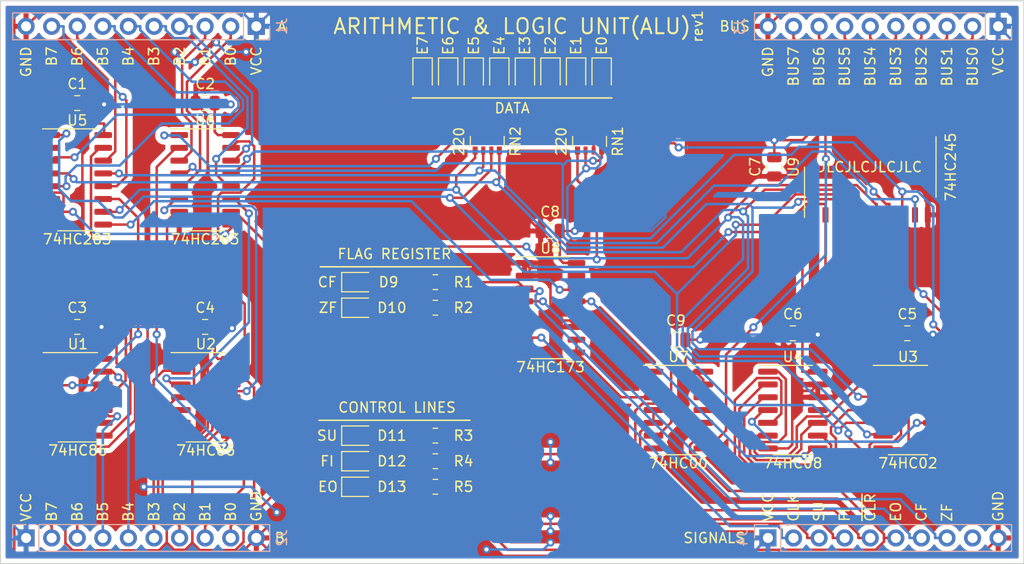
<source format=kicad_pcb>
(kicad_pcb (version 20211014) (generator pcbnew)
  (layers (0 "F.Cu" signal) (31 "B.Cu" signal) (34 "B.Paste" user) (35 "F.Paste" user) (36 "B.SilkS" user "B.Silkscreen") (37 "F.SilkS" user "F.Silkscreen") (38 "B.Mask" user) (39 "F.Mask" user) (44 "Edge.Cuts" user))
  (net 0 "")
  (net 1 "Net-(D1-Pad2)")
  (net 2 "S0")
  (net 3 "Net-(D2-Pad2)")
  (net 4 "S1")
  (net 5 "Net-(D3-Pad2)")
  (net 6 "S2")
  (net 7 "Net-(D4-Pad2)")
  (net 8 "S3")
  (net 9 "Net-(D5-Pad2)")
  (net 10 "S4")
  (net 11 "Net-(D6-Pad2)")
  (net 12 "S5")
  (net 13 "Net-(D7-Pad2)")
  (net 14 "S6")
  (net 15 "Net-(D8-Pad2)")
  (net 16 "S7")
  (net 17 "CF")
  (net 18 "ZF")
  (net 19 "~{FI}")
  (net 20 "~{EO}")
  (net 21 "SU")
  (net 22 "GND")
  (net 23 "A0")
  (net 24 "A1")
  (net 25 "A2")
  (net 26 "A3")
  (net 27 "A4")
  (net 28 "A5")
  (net 29 "A6")
  (net 30 "A7")
  (net 31 "VCC")
  (net 32 "B0")
  (net 33 "B1")
  (net 34 "B2")
  (net 35 "B3")
  (net 36 "B4")
  (net 37 "B5")
  (net 38 "B6")
  (net 39 "B7")
  (net 40 "BUS0")
  (net 41 "BUS1")
  (net 42 "BUS2")
  (net 43 "BUS3")
  (net 44 "BUS4")
  (net 45 "BUS5")
  (net 46 "BUS6")
  (net 47 "BUS7")
  (net 48 "CLR")
  (net 49 "CLK")
  (net 50 "Net-(U1-Pad3)")
  (net 51 "Net-(U1-Pad6)")
  (net 52 "Net-(U1-Pad8)")
  (net 53 "Net-(U1-Pad11)")
  (net 54 "Net-(U2-Pad3)")
  (net 55 "Net-(U2-Pad6)")
  (net 56 "Net-(U2-Pad8)")
  (net 57 "Net-(U2-Pad11)")
  (net 58 "Net-(U3-Pad1)")
  (net 59 "Net-(U3-Pad4)")
  (net 60 "Net-(U3-Pad10)")
  (net 61 "Net-(U3-Pad13)")
  (net 62 "Net-(U4-Pad3)")
  (net 63 "Net-(U4-Pad10)")
  (net 64 "Net-(U4-Pad8)")
  (net 65 "~{CLR}")
  (net 66 "Net-(U5-Pad7)")
  (net 67 "Net-(U5-Pad9)")
  (net 68 "FI")
  (net 69 "EO")
  (net 75 "Net-(D9-Pad2)")
  (net 76 "Net-(D10-Pad2)")
  (net 77 "Net-(D11-Pad2)")
  (net 78 "Net-(D12-Pad2)")
  (net 79 "Net-(D13-Pad2)")
  (footprint "LED_SMD:LED_0805_2012Metric" (layer "F.Cu") (at 55.88 63.5)
    (fp_text reference "D12")
    (fp_text value "FI")
  )
  (footprint "Package_SO:SO-14_3.9x8.65mm_P1.27mm" (layer "F.Cu") (at 87.63 58.42)
    (fp_text reference "U7")
    (fp_text value "74HC00")
  )
  (footprint "Package_SO:SO-16_3.9x9.9mm_P1.27mm" (layer "F.Cu") (at 74.93 48.26)
    (fp_text reference "U8")
    (fp_text value "74HC173")
  )
  (footprint "Capacitor_SMD:C_0805_2012Metric" (layer "F.Cu") (at 98.995 50.8 180)
    (fp_text reference "C6")
    (fp_text value "C")
  )
  (footprint "Capacitor_SMD:C_0805_2012Metric" (layer "F.Cu") (at 97.155 34.275 -90)
    (fp_text reference "C7")
    (fp_text value "C")
  )
  (footprint "LED_SMD:LED_0805_2012Metric" (layer "F.Cu") (at 77.47 25.146 -90)
    (fp_text reference "D2")
    (fp_text value "E1")
  )
  (footprint "Resistor_SMD:R_0805_2012Metric" (layer "F.Cu") (at 63.5 48.26 180)
    (fp_text reference "R2")
    (fp_text value "220")
  )
  (footprint "Resistor_SMD:R_0805_2012Metric" (layer "F.Cu") (at 63.5 66.04 180)
    (fp_text reference "R5")
    (fp_text value "330")
  )
  (footprint "Resistor_SMD:R_Array_Convex_4x0603" (layer "F.Cu") (at 68.65 31.75 -90)
    (fp_text reference "RN2")
    (fp_text value "220")
  )
  (footprint "Package_SO:SO-14_3.9x8.65mm_P1.27mm" (layer "F.Cu") (at 110.425 58.42)
    (fp_text reference "U3")
    (fp_text value "74HC02")
  )
  (footprint "Capacitor_SMD:C_0805_2012Metric" (layer "F.Cu") (at 74.895 40.64 180)
    (fp_text reference "C8")
    (fp_text value "C")
  )
  (footprint "Capacitor_SMD:C_0805_2012Metric" (layer "F.Cu") (at 87.38 51.435 180)
    (fp_text reference "C9")
    (fp_text value "C")
  )
  (footprint "Package_SO:SO-16_3.9x9.9mm_P1.27mm" (layer "F.Cu") (at 40.64 35.56)
    (fp_text reference "U6")
    (fp_text value "74HC283")
  )
  (footprint "LED_SMD:LED_0805_2012Metric" (layer "F.Cu") (at 64.77 25.146 -90)
    (fp_text reference "D7")
    (fp_text value "E6")
  )
  (footprint "Package_SO:SO-14_3.9x8.65mm_P1.27mm" (layer "F.Cu") (at 28.005 57.15)
    (fp_text reference "U1")
    (fp_text value "74HC86")
  )
  (footprint "LED_SMD:LED_0805_2012Metric" (layer "F.Cu") (at 72.39 25.146 -90)
    (fp_text reference "D4")
    (fp_text value "E3")
  )
  (footprint "Capacitor_SMD:C_0805_2012Metric" (layer "F.Cu") (at 40.64 50.165 180)
    (fp_text reference "C4")
    (fp_text value "C")
  )
  (footprint "Package_SO:SO-14_3.9x8.65mm_P1.27mm" (layer "F.Cu") (at 40.705 57.15)
    (fp_text reference "U2")
    (fp_text value "74HC86")
  )
  (footprint "Resistor_SMD:R_0805_2012Metric" (layer "F.Cu") (at 63.5 45.72 180)
    (fp_text reference "R1")
    (fp_text value "220")
  )
  (footprint "LED_SMD:LED_0805_2012Metric" (layer "F.Cu") (at 55.88 60.96)
    (fp_text reference "D11")
    (fp_text value "SU")
  )
  (footprint "Package_SO:SO-14_3.9x8.65mm_P1.27mm" (layer "F.Cu") (at 98.995 58.42)
    (fp_text reference "U4")
    (fp_text value "74HC08")
  )
  (footprint "Capacitor_SMD:C_0805_2012Metric" (layer "F.Cu") (at 27.94 50.165 180)
    (fp_text reference "C3")
    (fp_text value "C")
  )
  (footprint "LED_SMD:LED_0805_2012Metric" (layer "F.Cu") (at 74.93 25.146 -90)
    (fp_text reference "D3")
    (fp_text value "E2")
  )
  (footprint "LED_SMD:LED_0805_2012Metric" (layer "F.Cu") (at 67.31 25.146 -90)
    (fp_text reference "D6")
    (fp_text value "E5")
  )
  (footprint "Resistor_SMD:R_Array_Convex_4x0603" (layer "F.Cu") (at 78.81 31.75 -90)
    (fp_text reference "RN1")
    (fp_text value "220")
  )
  (footprint "Package_SO:SO-20_12.8x7.5mm_P1.27mm" (layer "F.Cu") (at 106.68 34.29 90)
    (fp_text reference "U9")
    (fp_text value "74HC245")
  )
  (footprint "LED_SMD:LED_0805_2012Metric" (layer "F.Cu") (at 69.85 25.146 -90)
    (fp_text reference "D5")
    (fp_text value "E4")
  )
  (footprint "LED_SMD:LED_0805_2012Metric" (layer "F.Cu") (at 55.88 66.04)
    (fp_text reference "D13")
    (fp_text value "EO")
  )
  (footprint "Resistor_SMD:R_0805_2012Metric" (layer "F.Cu") (at 63.5 63.5 180)
    (fp_text reference "R4")
    (fp_text value "330")
  )
  (footprint "Package_SO:SO-16_3.9x9.9mm_P1.27mm" (layer "F.Cu") (at 27.94 35.56)
    (fp_text reference "U5")
    (fp_text value "74HC283")
  )
  (footprint "LED_SMD:LED_0805_2012Metric" (layer "F.Cu") (at 80.01 25.146 -90)
    (fp_text reference "D1")
    (fp_text value "E0")
  )
  (footprint "Capacitor_SMD:C_0805_2012Metric" (layer "F.Cu") (at 110.36 50.8 180)
    (fp_text reference "C5")
    (fp_text value "C")
  )
  (footprint "Capacitor_SMD:C_0805_2012Metric" (layer "F.Cu") (at 40.64 27.94 180)
    (fp_text reference "C2")
    (fp_text value "C")
  )
  (footprint "LED_SMD:LED_0805_2012Metric" (layer "F.Cu") (at 55.88 45.72)
    (fp_text reference "D9")
    (fp_text value "CF")
  )
  (footprint "LED_SMD:LED_0805_2012Metric" (layer "F.Cu") (at 62.23 25.146 -90)
    (fp_text reference "D8")
    (fp_text value "E7")
  )
  (footprint "Capacitor_SMD:C_0805_2012Metric" (layer "F.Cu") (at 27.94 27.94 180)
    (fp_text reference "C1")
    (fp_text value "C")
  )
  (footprint "LED_SMD:LED_0805_2012Metric" (layer "F.Cu") (at 55.88 48.26)
    (fp_text reference "D10")
    (fp_text value "ZF")
  )
  (footprint "Resistor_SMD:R_0805_2012Metric" (layer "F.Cu") (at 63.5 60.96 180)
    (fp_text reference "R3")
    (fp_text value "330")
  )
  (footprint "Connector_PinHeader_2.54mm:PinHeader_1x10_P2.54mm_Vertical" (layer "B.Cu") (at 96.52 71.12 -90)
    (fp_text reference "J4")
    (fp_text value "SIGNALS")
  )
  (footprint "Connector_PinHeader_2.54mm:PinHeader_1x10_P2.54mm_Vertical" (layer "B.Cu") (at 22.86 71.12 -90)
    (fp_text reference "J2")
    (fp_text value "B")
  )
  (footprint "Connector_PinHeader_2.54mm:PinHeader_1x10_P2.54mm_Vertical" (layer "B.Cu") (at 45.72 20.32 90)
    (fp_text reference "J1")
    (fp_text value "A")
  )
  (footprint "Connector_PinHeader_2.54mm:PinHeader_1x10_P2.54mm_Vertical" (layer "B.Cu") (at 119.38 20.32 90)
    (fp_text reference "J3")
    (fp_text value "BUS")
  )
  (gr_line (start 51.943 59.436) (end 66.929 59.436) (layer "F.SilkS") (width 0.15))
  (gr_line (start 52.07 44.196) (end 67.056 44.196) (layer "F.SilkS") (width 0.15))
  (gr_line (start 61.214 27.432) (end 81.026 27.432) (layer "F.SilkS") (width 0.15))
  (gr_line (start 20.32 73.66) (end 20.32 17.78) (layer "Edge.Cuts") (width 0.1))
  (gr_line (start 20.32 17.78) (end 121.92 17.78) (layer "Edge.Cuts") (width 0.1))
  (gr_line (start 121.92 17.78) (end 121.92 73.66) (layer "Edge.Cuts") (width 0.1))
  (gr_line (start 121.92 73.66) (end 20.32 73.66) (layer "Edge.Cuts") (width 0.1))
  (gr_text "GND" (at 96.52 22.225 90) (layer "F.SilkS") (effects (font (size 1 1)) (justify right)))
  (gr_text "~{CLR}" (at 106.68 69.596 90) (layer "F.SilkS") (effects (font (size 1 1)) (justify left)))
  (gr_text "BUS4" (at 106.68 22.225 90) (layer "F.SilkS") (effects (font (size 1 1)) (justify right)))
  (gr_text "B7" (at 25.4 69.596 90) (layer "F.SilkS") (effects (font (size 1 1)) (justify left)))
  (gr_text "B0" (at 43.18 22.225 90) (layer "F.SilkS") (effects (font (size 1 1)) (justify right)))
  (gr_text "GND" (at 22.86 22.225 90) (layer "F.SilkS") (effects (font (size 1 1)) (justify right)))
  (gr_text "BUS0" (at 116.84 22.225 90) (layer "F.SilkS") (effects (font (size 1 1)) (justify right)))
  (gr_text "VCC" (at 22.86 69.596 90) (layer "F.SilkS") (effects (font (size 1 1)) (justify left)))
  (gr_text "SU" (at 101.6 69.596 90) (layer "F.SilkS") (effects (font (size 1 1)) (justify left)))
  (gr_text "CONTROL LINES" (at 59.69 58.166) (layer "F.SilkS") (effects (font (size 1 1))))
  (gr_text "B1" (at 40.64 69.596 90) (layer "F.SilkS") (effects (font (size 1 1)) (justify left)))
  (gr_text "B2" (at 38.1 22.225 90) (layer "F.SilkS") (effects (font (size 1 1)) (justify right)))
  (gr_text "B0" (at 43.18 69.596 90) (layer "F.SilkS") (effects (font (size 1 1)) (justify left)))
  (gr_text "FI" (at 104.14 69.596 90) (layer "F.SilkS") (effects (font (size 1 1)) (justify left)))
  (gr_text "VCC" (at 45.72 22.225 90) (layer "F.SilkS") (effects (font (size 1 1)) (justify right)))
  (gr_text "VCC" (at 119.38 22.225 90) (layer "F.SilkS") (effects (font (size 1 1)) (justify right)))
  (gr_text "B2" (at 38.1 69.596 90) (layer "F.SilkS") (effects (font (size 1 1)) (justify left)))
  (gr_text "B3" (at 35.56 69.596 90) (layer "F.SilkS") (effects (font (size 1 1)) (justify left)))
  (gr_text "BUS3" (at 109.22 22.225 90) (layer "F.SilkS") (effects (font (size 1 1)) (justify right)))
  (gr_text "BUS5" (at 104.14 22.225 90) (layer "F.SilkS") (effects (font (size 1 1)) (justify right)))
  (gr_text "CF" (at 111.76 69.596 90) (layer "F.SilkS") (effects (font (size 1 1)) (justify left)))
  (gr_text "B4" (at 33.02 69.596 90) (layer "F.SilkS") (effects (font (size 1 1)) (justify left)))
  (gr_text "GND" (at 45.72 69.596 90) (layer "F.SilkS") (effects (font (size 1 1)) (justify left)))
  (gr_text "B6" (at 27.94 69.596 90) (layer "F.SilkS") (effects (font (size 1 1)) (justify left)))
  (gr_text "BUS6" (at 101.6 22.225 90) (layer "F.SilkS") (effects (font (size 1 1)) (justify right)))
  (gr_text "BUS7" (at 99.06 22.225 90) (layer "F.SilkS") (effects (font (size 1 1)) (justify right)))
  (gr_text "BUS2" (at 111.76 22.225 90) (layer "F.SilkS") (effects (font (size 1 1)) (justify right)))
  (gr_text "DATA" (at 71.12 28.448) (layer "F.SilkS") (effects (font (size 1 1))))
  (gr_text "VCC" (at 96.52 69.596 90) (layer "F.SilkS") (effects (font (size 1 1)) (justify left)))
  (gr_text "EO" (at 109.22 69.596 90) (layer "F.SilkS") (effects (font (size 1 1)) (justify left)))
  (gr_text "BUS1" (at 114.3 22.225 90) (layer "F.SilkS") (effects (font (size 1 1)) (justify right)))
  (gr_text "B4" (at 33.02 22.225 90) (layer "F.SilkS") (effects (font (size 1 1)) (justify right)))
  (gr_text "B5" (at 30.48 22.225 90) (layer "F.SilkS") (effects (font (size 1 1)) (justify right)))
  (gr_text "ARITHMETIC & LOGIC UNIT(ALU)" (at 71.12 20.32) (layer "F.SilkS") (effects (font (size 1.5 1.5) (thickness 0.2))))
  (gr_text "GND" (at 119.38 69.596 90) (layer "F.SilkS") (effects (font (size 1 1)) (justify left)))
  (gr_text "JLCJLCJLCJLC" (at 106.68 34.29) (layer "F.SilkS") (effects (font (size 1 1))))
  (gr_text "rev1" (at 89.535 20.32 90) (layer "F.SilkS") (effects (font (size 1 1))))
  (gr_text "B3" (at 35.56 22.225 90) (layer "F.SilkS") (effects (font (size 1 1)) (justify right)))
  (gr_text "FLAG REGISTER" (at 59.436 42.926) (layer "F.SilkS") (effects (font (size 1 1))))
  (gr_text "B6" (at 27.94 22.225 90) (layer "F.SilkS") (effects (font (size 1 1)) (justify right)))
  (gr_text "CLK" (at 99.06 69.596 90) (layer "F.SilkS") (effects (font (size 1 1)) (justify left)))
  (gr_text "B5" (at 30.48 69.596 90) (layer "F.SilkS") (effects (font (size 1 1)) (justify left)))
  (gr_text "B7" (at 25.4 22.225 90) (layer "F.SilkS") (effects (font (size 1 1)) (justify right)))
  (gr_text "ZF" (at 114.3 69.596 90) (layer "F.SilkS") (effects (font (size 1 1)) (justify left)))
  (gr_text "B1" (at 40.64 22.225 90) (layer "F.SilkS") (effects (font (size 1 1)) (justify right)))
  (segment (start 80.01 26.0835) (end 80.01 30.85) (width 0.25) (layer "F.Cu") (net 1))
  (segment (start 80.01 33.3753) (end 79.7131 33.6722) (width 0.25) (layer "F.Cu") (net 2))
  (segment (start 111.9694 46.9075) (end 114.6962 49.6343) (width 0.25) (layer "F.Cu") (net 2))
  (segment (start 80.01 32.65) (end 80.01 33.3753) (width 0.25) (layer "F.Cu") (net 2))
  (segment (start 114.6962 55.734) (end 113.2802 57.15) (width 0.25) (layer "F.Cu") (net 2))
  (segment (start 38.7322 34.925) (end 39.393 34.2642) (width 0.25) (layer "F.Cu") (net 2))
  (segment (start 38.065 34.925) (end 38.7322 34.925) (width 0.25) (layer "F.Cu") (net 2))
  (segment (start 111.125 37.4786) (end 111.125 39.04) (width 0.25) (layer "F.Cu") (net 2))
  (segment (start 114.6962 49.6343) (end 114.6962 55.734) (width 0.25) (layer "F.Cu") (net 2))
  (segment (start 113.2802 57.15) (end 112.9 57.15) (width 0.25) (layer "F.Cu") (net 2))
  (segment (start 79.7131 33.6722) (end 79.1502 33.6722) (width 0.25) (layer "F.Cu") (net 2))
  (via (at 79.1502 33.6722) (size 0.8) (drill 0.4) (layers "F.Cu" "B.Cu") (net 2))
  (via (at 39.393 34.2642) (size 0.8) (drill 0.4) (layers "F.Cu" "B.Cu") (net 2))
  (via (at 111.9694 46.9075) (size 0.8) (drill 0.4) (layers "F.Cu" "B.Cu") (net 2))
  (via (at 111.125 37.4786) (size 0.8) (drill 0.4) (layers "F.Cu" "B.Cu") (net 2))
  (segment (start 75.9445 33.9195) (end 64.3001 33.9195) (width 0.25) (layer "B.Cu") (net 2))
  (segment (start 76.6002 33.6722) (end 79.1502 33.6722) (width 0.25) (layer "B.Cu") (net 2))
  (segment (start 76.1487 34.1237) (end 75.9445 33.9195) (width 0.25) (layer "B.Cu") (net 2))
  (segment (start 100.9254 32.7491) (end 102.605 32.7491) (width 0.25) (layer "B.Cu") (net 2))
  (segment (start 97.543 36.1315) (end 100.9254 32.7491) (width 0.25) (layer "B.Cu") (net 2))
  (segment (start 106.2811 37.0338) (end 106.7259 37.4786) (width 0.25) (layer "B.Cu") (net 2))
  (segment (start 91.1828 36.1315) (end 97.543 36.1315) (width 0.25) (layer "B.Cu") (net 2))
  (segment (start 111.125 37.4786) (end 111.125 46.0631) (width 0.25) (layer "B.Cu") (net 2))
  (segment (start 85.477 41.8373) (end 91.1828 36.1315) (width 0.25) (layer "B.Cu") (net 2))
  (segment (start 76.1487 34.1237) (end 76.6002 33.6722) (width 0.25) (layer "B.Cu") (net 2))
  (segment (start 39.7815 34.6527) (end 39.393 34.2642) (width 0.25) (layer "B.Cu") (net 2))
  (segment (start 111.125 46.0631) (end 111.9694 46.9075) (width 0.25) (layer "B.Cu") (net 2))
  (segment (start 106.2811 36.4252) (end 106.2811 37.0338) (width 0.25) (layer "B.Cu") (net 2))
  (segment (start 63.5669 34.6527) (end 39.7815 34.6527) (width 0.25) (layer "B.Cu") (net 2))
  (segment (start 76.1487 34.1237) (end 76.1487 41.134) (width 0.25) (layer "B.Cu") (net 2))
  (segment (start 64.3001 33.9195) (end 63.5669 34.6527) (width 0.25) (layer "B.Cu") (net 2))
  (segment (start 102.605 32.7491) (end 106.2811 36.4252) (width 0.25) (layer "B.Cu") (net 2))
  (segment (start 76.1487 41.134) (end 76.852 41.8373) (width 0.25) (layer "B.Cu") (net 2))
  (segment (start 106.7259 37.4786) (end 111.125 37.4786) (width 0.25) (layer "B.Cu") (net 2))
  (segment (start 76.852 41.8373) (end 85.477 41.8373) (width 0.25) (layer "B.Cu") (net 2))
  (segment (start 79.21 27.8235) (end 77.47 26.0835) (width 0.25) (layer "F.Cu") (net 3))
  (segment (start 79.21 30.85) (end 79.21 27.8235) (width 0.25) (layer "F.Cu") (net 3))
  (segment (start 38.065 31.115) (end 38.031 31.149) (width 0.25) (layer "F.Cu") (net 4))
  (segment (start 111.1068 57.7363) (end 111.7905 58.42) (width 0.25) (layer "F.Cu") (net 4))
  (segment (start 111.8614 55.245) (end 111.1068 55.9996) (width 0.25) (layer "F.Cu") (net 4))
  (segment (start 87.6553 32.3523) (end 87.2277 31.9247) (width 0.25) (layer "F.Cu") (net 4))
  (segment (start 112.9407 49.9172) (end 114.2144 51.1909) (width 0.25) (layer "F.Cu") (net 4))
  (segment (start 65.1117 31.9247) (end 63.5594 33.477) (width 0.25) (layer "F.Cu") (net 4))
  (segment (start 114.2144 51.1909) (end 114.2144 54.9719) (width 0.25) (layer "F.Cu") (net 4))
  (segment (start 111.1068 55.9996) (end 111.1068 57.7363) (width 0.25) (layer "F.Cu") (net 4))
  (segment (start 38.031 31.149) (end 36.5818 31.149) (width 0.25) (layer "F.Cu") (net 4))
  (segment (start 79.21 31.9247) (end 65.1117 31.9247) (width 0.25) (layer "F.Cu") (net 4))
  (segment (start 111.7905 58.42) (end 112.9 58.42) (width 0.25) (layer "F.Cu") (net 4))
  (segment (start 113.9413 55.245) (end 111.8614 55.245) (width 0.25) (layer "F.Cu") (net 4))
  (segment (start 114.2144 54.9719) (end 113.9413 55.245) (width 0.25) (layer "F.Cu") (net 4))
  (segment (start 87.2277 31.9247) (end 79.21 31.9247) (width 0.25) (layer "F.Cu") (net 4))
  (segment (start 79.21 32.65) (end 79.21 31.9247) (width 0.25) (layer "F.Cu") (net 4))
  (segment (start 109.855 39.04) (end 109.855 36.7261) (width 0.25) (layer "F.Cu") (net 4))
  (via (at 63.5594 33.477) (size 0.8) (drill 0.4) (layers "F.Cu" "B.Cu") (net 4))
  (via (at 87.6553 32.3523) (size 0.8) (drill 0.4) (layers "F.Cu" "B.Cu") (net 4))
  (via (at 36.5818 31.149) (size 0.8) (drill 0.4) (layers "F.Cu" "B.Cu") (net 4))
  (via (at 109.855 36.7261) (size 0.8) (drill 0.4) (layers "F.Cu" "B.Cu") (net 4))
  (via (at 112.9407 49.9172) (size 0.8) (drill 0.4) (layers "F.Cu" "B.Cu") (net 4))
  (segment (start 98.3236 32.3523) (end 87.6553 32.3523) (width 0.25) (layer "B.Cu") (net 4))
  (segment (start 111.4031 36.7261) (end 112.9407 38.2637) (width 0.25) (layer "B.Cu") (net 4))
  (segment (start 63.5594 33.477) (end 62.834 34.2024) (width 0.25) (layer "B.Cu") (net 4))
  (segment (start 38.0255 31.149) (end 36.5818 31.149) (width 0.25) (layer "B.Cu") (net 4))
  (segment (start 98.8413 31.8346) (end 98.3236 32.3523) (width 0.25) (layer "B.Cu") (net 4))
  (segment (start 109.855 36.7261) (end 104.9635 31.8346) (width 0.25) (layer "B.Cu") (net 4))
  (segment (start 62.834 34.2024) (end 41.0789 34.2024) (width 0.25) (layer "B.Cu") (net 4))
  (segment (start 104.9635 31.8346) (end 98.8413 31.8346) (width 0.25) (layer "B.Cu") (net 4))
  (segment (start 109.855 36.7261) (end 111.4031 36.7261) (width 0.25) (layer "B.Cu") (net 4))
  (segment (start 41.0789 34.2024) (end 38.0255 31.149) (width 0.25) (layer "B.Cu") (net 4))
  (segment (start 112.9407 38.2637) (end 112.9407 49.9172) (width 0.25) (layer "B.Cu") (net 4))
  (segment (start 78.41 30.85) (end 78.41 29.5635) (width 0.25) (layer "F.Cu") (net 5))
  (segment (start 78.41 29.5635) (end 74.93 26.0835) (width 0.25) (layer "F.Cu") (net 5))
  (segment (start 108.585 40.1153) (end 108.5257 40.1746) (width 0.25) (layer "F.Cu") (net 6))
  (segment (start 106.6118 61.8941) (end 106.6118 62.5655) (width 0.25) (layer "F.Cu") (net 6))
  (segment (start 106.9715 62.9252) (end 110.1114 62.9252) (width 0.25) (layer "F.Cu") (net 6))
  (segment (start 110.1114 62.9252) (end 112.0766 60.96) (width 0.25) (layer "F.Cu") (net 6))
  (segment (start 43.215 34.925) (end 43.4932 34.925) (width 0.25) (layer "F.Cu") (net 6))
  (segment (start 78.41 32.65) (end 78.41 33.3753) (width 0.25) (layer "F.Cu") (net 6))
  (segment (start 109.7342 53.552) (end 109.7342 60.8534) (width 0.25) (layer "F.Cu") (net 6))
  (segment (start 108.585 38.5023) (end 108.585 37.9647) (width 0.25) (layer "F.Cu") (net 6))
  (segment (start 112.0766 60.96) (end 112.9 60.96) (width 0.25) (layer "F.Cu") (net 6))
  (segment (start 108.5257 40.1746) (end 108.5257 52.3435) (width 0.25) (layer "F.Cu") (net 6))
  (segment (start 108.2377 37.9647) (end 107.0064 36.7334) (width 0.25) (layer "F.Cu") (net 6))
  (segment (start 106.9109 61.595) (end 106.6118 61.8941) (width 0.25) (layer "F.Cu") (net 6))
  (segment (start 108.585 38.5023) (end 108.585 39.04) (width 0.25) (layer "F.Cu") (net 6))
  (segment (start 108.9926 61.595) (end 106.9109 61.595) (width 0.25) (layer "F.Cu") (net 6))
  (segment (start 78.41 34.3598) (end 78.473 34.4228) (width 0.25) (layer "F.Cu") (net 6))
  (segment (start 108.5257 52.3435) (end 109.7342 53.552) (width 0.25) (layer "F.Cu") (net 6))
  (segment (start 106.6118 62.5655) (end 106.9715 62.9252) (width 0.25) (layer "F.Cu") (net 6))
  (segment (start 108.585 39.04) (end 108.585 40.1153) (width 0.25) (layer "F.Cu") (net 6))
  (segment (start 44.7838 33.6344) (end 44.7838 33.477) (width 0.25) (layer "F.Cu") (net 6))
  (segment (start 108.585 37.9647) (end 108.2377 37.9647) (width 0.25) (layer "F.Cu") (net 6))
  (segment (start 109.7342 60.8534) (end 108.9926 61.595) (width 0.25) (layer "F.Cu") (net 6))
  (segment (start 43.4932 34.925) (end 44.7838 33.6344) (width 0.25) (layer "F.Cu") (net 6))
  (segment (start 78.41 33.3753) (end 78.41 34.3598) (width 0.25) (layer "F.Cu") (net 6))
  (via (at 107.0064 36.7334) (size 0.8) (drill 0.4) (layers "F.Cu" "B.Cu") (net 6))
  (via (at 44.7838 33.477) (size 0.8) (drill 0.4) (layers "F.Cu" "B.Cu") (net 6))
  (via (at 78.473 34.4228) (size 0.8) (drill 0.4) (layers "F.Cu" "B.Cu") (net 6))
  (segment (start 76.6084 36.2874) (end 76.6084 40.9568) (width 0.25) (layer "B.Cu") (net 6))
  (segment (start 76.6084 40.9568) (end 77.0277 41.3761) (width 0.25) (layer "B.Cu") (net 6))
  (segment (start 79.2576 32.7517) (end 45.5091 32.7517) (width 0.25) (layer "B.Cu") (net 6))
  (segment (start 45.5091 32.7517) (end 44.7838 33.477) (width 0.25) (layer "B.Cu") (net 6))
  (segment (start 102.8206 32.2849) (end 107.0064 36.4707) (width 0.25) (layer "B.Cu") (net 6))
  (segment (start 79.4671 34.4228) (end 79.8778 34.0121) (width 0.25) (layer "B.Cu") (net 6))
  (segment (start 98.8283 33.0777) (end 99.6211 32.2849) (width 0.25) (layer "B.Cu") (net 6))
  (segment (start 79.8778 33.3719) (end 79.2576 32.7517) (width 0.25) (layer "B.Cu") (net 6))
  (segment (start 77.0277 41.3761) (end 84.8638 41.3761) (width 0.25) (layer "B.Cu") (net 6))
  (segment (start 78.473 34.4228) (end 79.4671 34.4228) (width 0.25) (layer "B.Cu") (net 6))
  (segment (start 93.1622 33.0777) (end 98.8283 33.0777) (width 0.25) (layer "B.Cu") (net 6))
  (segment (start 107.0064 36.4707) (end 107.0064 36.7334) (width 0.25) (layer "B.Cu") (net 6))
  (segment (start 84.8638 41.3761) (end 93.1622 33.0777) (width 0.25) (layer "B.Cu") (net 6))
  (segment (start 79.8778 34.0121) (end 79.8778 33.3719) (width 0.25) (layer "B.Cu") (net 6))
  (segment (start 99.6211 32.2849) (end 102.8206 32.2849) (width 0.25) (layer "B.Cu") (net 6))
  (segment (start 78.473 34.4228) (end 76.6084 36.2874) (width 0.25) (layer "B.Cu") (net 6))
  (segment (start 77.61 30.1247) (end 76.4312 30.1247) (width 0.25) (layer "F.Cu") (net 7))
  (segment (start 77.61 30.85) (end 77.61 30.1247) (width 0.25) (layer "F.Cu") (net 7))
  (segment (start 76.4312 30.1247) (end 72.39 26.0835) (width 0.25) (layer "F.Cu") (net 7))
  (segment (start 105.3357 36.0884) (end 95.6386 36.0884) (width 0.25) (layer "F.Cu") (net 8))
  (segment (start 106.785 63.3756) (end 104.5054 61.096) (width 0.25) (layer "F.Cu") (net 8))
  (segment (start 43.6115 38.735) (end 43.215 38.735) (width 0.25) (layer "F.Cu") (net 8))
  (segment (start 107.212 37.9647) (end 105.3357 36.0884) (width 0.25) (layer "F.Cu") (net 8))
  (segment (start 77.61 35.6336) (end 79.5257 37.5493) (width 0.25) (layer "F.Cu") (net 8))
  (segment (start 47.062 42.1855) (end 43.6115 38.735) (width 0.25) (layer "F.Cu") (net 8))
  (segment (start 77.61 32.65) (end 77.61 35.6336) (width 0.25) (layer "F.Cu") (net 8))
  (segment (start 111.7544 63.3756) (end 106.785 63.3756) (width 0.25) (layer "F.Cu") (net 8))
  (segment (start 104.5054 61.096) (end 104.5054 60.7491) (width 0.25) (layer "F.Cu") (net 8))
  (segment (start 104.5054 60.7491) (end 104.5053 60.7491) (width 0.25) (layer "F.Cu") (net 8))
  (segment (start 72.5368 42.1855) (end 47.062 42.1855) (width 0.25) (layer "F.Cu") (net 8))
  (segment (start 107.315 37.9647) (end 107.212 37.9647) (width 0.25) (layer "F.Cu") (net 8))
  (segment (start 112.9 62.23) (end 111.7544 63.3756) (width 0.25) (layer "F.Cu") (net 8))
  (segment (start 107.315 39.04) (end 107.315 37.9647) (width 0.25) (layer "F.Cu") (net 8))
  (segment (start 79.5257 37.5493) (end 79.5257 43.466) (width 0.25) (layer "F.Cu") (net 8))
  (segment (start 92.568 39.159) (end 92.568 39.3148) (width 0.25) (layer "F.Cu") (net 8))
  (segment (start 95.6386 36.0884) (end 92.568 39.159) (width 0.25) (layer "F.Cu") (net 8))
  (via (at 72.5368 42.1855) (size 0.8) (drill 0.4) (layers "F.Cu" "B.Cu") (net 8))
  (via (at 79.5257 43.466) (size 0.8) (drill 0.4) (layers "F.Cu" "B.Cu") (net 8))
  (via (at 92.568 39.3148) (size 0.8) (drill 0.4) (layers "F.Cu" "B.Cu") (net 8))
  (via (at 104.5053 60.7491) (size 0.8) (drill 0.4) (layers "F.Cu" "B.Cu") (net 8))
  (segment (start 94.0531 43.4116) (end 88.065 49.3997) (width 0.25) (layer "B.Cu") (net 8))
  (segment (start 97.6612 53.5468) (end 104.5053 60.3909) (width 0.25) (layer "B.Cu") (net 8))
  (segment (start 92.568 39.3148) (end 92.6166 39.2662) (width 0.25) (layer "B.Cu") (net 8))
  (segment (start 79.5257 43.466) (end 79.5257 43.3503) (width 0.25) (layer "B.Cu") (net 8))
  (segment (start 79.5257 43.3503) (end 88.5325 43.3503) (width 0.25) (layer "B.Cu") (net 8))
  (segment (start 104.5053 60.3909) (end 104.5053 60.7491) (width 0.25) (layer "B.Cu") (net 8))
  (segment (start 88.065 49.3997) (end 88.065 52.0812) (width 0.25) (layer "B.Cu") (net 8))
  (segment (start 92.6166 39.2662) (end 93.6014 39.2662) (width 0.25) (layer "B.Cu") (net 8))
  (segment (start 88.065 52.0812) (end 89.5306 53.5468) (width 0.25) (layer "B.Cu") (net 8))
  (segment (start 73.7016 43.3503) (end 72.5368 42.1855) (width 0.25) (layer "B.Cu") (net 8))
  (segment (start 94.0531 39.7179) (end 94.0531 43.4116) (width 0.25) (layer "B.Cu") (net 8))
  (segment (start 79.5257 43.3503) (end 73.7016 43.3503) (width 0.25) (layer "B.Cu") (net 8))
  (segment (start 88.5325 43.3503) (end 92.568 39.3148) (width 0.25) (layer "B.Cu") (net 8))
  (segment (start 89.5306 53.5468) (end 97.6612 53.5468) (width 0.25) (layer "B.Cu") (net 8))
  (segment (start 93.6014 39.2662) (end 94.0531 39.7179) (width 0.25) (layer "B.Cu") (net 8))
  (segment (start 69.85 26.0835) (end 69.85 30.85) (width 0.25) (layer "F.Cu") (net 9))
  (segment (start 96.2139 36.5388) (end 104.6191 36.5388) (width 0.25) (layer "F.Cu") (net 10))
  (segment (start 27.0228 34.925) (end 27.58 35.4822) (width 0.25) (layer "F.Cu") (net 10))
  (segment (start 106.3642 60.8341) (end 107.8241 60.8341) (width 0.25) (layer "F.Cu") (net 10))
  (segment (start 69.85 35.4887) (end 69.85 32.65) (width 0.25) (layer "F.Cu") (net 10))
  (segment (start 69.5392 35.7995) (end 69.85 35.4887) (width 0.25) (layer "F.Cu") (net 10))
  (segment (start 25.365 34.925) (end 27.0228 34.925) (width 0.25) (layer "F.Cu") (net 10))
  (segment (start 106.045 39.04) (end 106.045 37.9647) (width 0.25) (layer "F.Cu") (net 10))
  (segment (start 104.6191 36.5388) (end 106.045 37.9647) (width 0.25) (layer "F.Cu") (net 10))
  (segment (start 107.8241 60.8341) (end 107.95 60.96) (width 0.25) (layer "F.Cu") (net 10))
  (segment (start 94.059 38.6937) (end 96.2139 36.5388) (width 0.25) (layer "F.Cu") (net 10))
  (via (at 27.58 35.4822) (size 0.8) (drill 0.4) (layers "F.Cu" "B.Cu") (net 10))
  (via (at 106.3642 60.8341) (size 0.8) (drill 0.4) (layers "F.Cu" "B.Cu") (net 10))
  (via (at 94.059 38.6937) (size 0.8) (drill 0.4) (layers "F.Cu" "B.Cu") (net 10))
  (via (at 69.5392 35.7995) (size 0.8) (drill 0.4) (layers "F.Cu" "B.Cu") (net 10))
  (segment (start 92.0963 38.561) (end 93.9263 38.561) (width 0.25) (layer "B.Cu") (net 10))
  (segment (start 88.5716 50.3443) (end 94.5381 44.3778) (width 0.25) (layer "B.Cu") (net 10))
  (segment (start 27.58 35.4822) (end 27.8973 35.7995) (width 0.25) (layer "B.Cu") (net 10))
  (segment (start 88.5716 51.9509) (end 88.5716 50.3443) (width 0.25) (layer "B.Cu") (net 10))
  (segment (start 69.5392 35.8101) (end 76.4697 42.7406) (width 0.25) (layer "B.Cu") (net 10))
  (segment (start 94.5381 44.3778) (end 94.5381 39.1728) (width 0.25) (layer "B.Cu") (net 10))
  (segment (start 89.7172 53.0965) (end 88.5716 51.9509) (width 0.25) (layer "B.Cu") (net 10))
  (segment (start 76.4697 42.7406) (end 87.9167 42.7406) (width 0.25) (layer "B.Cu") (net 10))
  (segment (start 98.6266 53.0965) (end 89.7172 53.0965) (width 0.25) (layer "B.Cu") (net 10))
  (segment (start 69.5392 35.7995) (end 69.5392 35.8101) (width 0.25) (layer "B.Cu") (net 10))
  (segment (start 106.3642 60.8341) (end 98.6266 53.0965) (width 0.25) (layer "B.Cu") (net 10))
  (segment (start 93.9263 38.561) (end 94.059 38.6937) (width 0.25) (layer "B.Cu") (net 10))
  (segment (start 27.8973 35.7995) (end 69.5392 35.7995) (width 0.25) (layer "B.Cu") (net 10))
  (segment (start 87.9167 42.7406) (end 92.0963 38.561) (width 0.25) (layer "B.Cu") (net 10))
  (segment (start 94.5381 39.1728) (end 94.059 38.6937) (width 0.25) (layer "B.Cu") (net 10))
  (segment (start 67.31 26.0835) (end 69.05 27.8235) (width 0.25) (layer "F.Cu") (net 11))
  (segment (start 69.05 27.8235) (end 69.05 30.85) (width 0.25) (layer "F.Cu") (net 11))
  (segment (start 93.3278 40.0186) (end 96.2301 40.0186) (width 0.25) (layer "F.Cu") (net 12))
  (segment (start 66.2354 37.3454) (end 69.05 34.5308) (width 0.25) (layer "F.Cu") (net 12))
  (segment (start 107.95 59.69) (end 104.2717 59.69) (width 0.25) (layer "F.Cu") (net 12))
  (segment (start 104.775 39.04) (end 104.775 37.9647) (width 0.25) (layer "F.Cu") (net 12))
  (segment (start 99.2408 37.0079) (end 103.8182 37.0079) (width 0.25) (layer "F.Cu") (net 12))
  (segment (start 96.2301 40.0186) (end 99.2408 37.0079) (width 0.25) (layer "F.Cu") (net 12))
  (segment (start 25.365 31.115) (end 26.7099 31.115) (width 0.25) (layer "F.Cu") (net 12))
  (segment (start 64.95 37.3454) (end 66.2354 37.3454) (width 0.25) (layer "F.Cu") (net 12))
  (segment (start 26.7099 31.115) (end 26.8583 30.9666) (width 0.25) (layer "F.Cu") (net 12))
  (segment (start 69.05 34.5308) (end 69.05 32.65) (width 0.25) (layer "F.Cu") (net 12))
  (segment (start 103.8182 37.0079) (end 104.775 37.9647) (width 0.25) (layer "F.Cu") (net 12))
  (segment (start 104.2717 59.69) (end 103.505 60.4567) (width 0.25) (layer "F.Cu") (net 12))
  (via (at 26.8583 30.9666) (size 0.8) (drill 0.4) (layers "F.Cu" "B.Cu") (net 12))
  (via (at 64.95 37.3454) (size 0.8) (drill 0.4) (layers "F.Cu" "B.Cu") (net 12))
  (via (at 93.3278 40.0186) (size 0.8) (drill 0.4) (layers "F.Cu" "B.Cu") (net 12))
  (via (at 103.505 60.4567) (size 0.8) (drill 0.4) (layers "F.Cu" "B.Cu") (net 12))
  (segment (start 31.6565 39.302) (end 30.0126 37.6581) (width 0.25) (layer "B.Cu") (net 12))
  (segment (start 64.95 37.3454) (end 64.8361 37.2315) (width 0.25) (layer "B.Cu") (net 12))
  (segment (start 87.4969 52.15) (end 93.2727 57.9258) (width 0.25) (layer "B.Cu") (net 12))
  (segment (start 34.5132 37.2315) (end 32.4427 39.302) (width 0.25) (layer "B.Cu") (net 12))
  (segment (start 64.8361 37.2315) (end 34.5132 37.2315) (width 0.25) (layer "B.Cu") (net 12))
  (segment (start 93.2727 57.9258) (end 100.9741 57.9258) (width 0.25) (layer "B.Cu") (net 12))
  (segment (start 26.1414 31.6835) (end 26.8583 30.9666) (width 0.25) (layer "B.Cu") (net 12))
  (segment (start 72.3002 44.6956) (end 85.2966 44.6956) (width 0.25) (layer "B.Cu") (net 12))
  (segment (start 100.9741 57.9258) (end 103.505 60.4567) (width 0.25) (layer "B.Cu") (net 12))
  (segment (start 93.3278 41.065) (end 87.4969 46.8959) (width 0.25) (layer "B.Cu") (net 12))
  (segment (start 64.95 37.3454) (end 72.3002 44.6956) (width 0.25) (layer "B.Cu") (net 12))
  (segment (start 93.3278 40.0186) (end 93.3278 41.065) (width 0.25) (layer "B.Cu") (net 12))
  (segment (start 85.2966 44.6956) (end 87.4969 46.8959) (width 0.25) (layer "B.Cu") (net 12))
  (segment (start 27.3072 37.6581) (end 26.1414 36.4923) (width 0.25) (layer "B.Cu") (net 12))
  (segment (start 32.4427 39.302) (end 31.6565 39.302) (width 0.25) (layer "B.Cu") (net 12))
  (segment (start 30.0126 37.6581) (end 27.3072 37.6581) (width 0.25) (layer "B.Cu") (net 12))
  (segment (start 87.4969 46.8959) (end 87.4969 52.15) (width 0.25) (layer "B.Cu") (net 12))
  (segment (start 26.1414 36.4923) (end 26.1414 31.6835) (width 0.25) (layer "B.Cu") (net 12))
  (segment (start 68.25 29.5635) (end 68.25 30.85) (width 0.25) (layer "F.Cu") (net 13))
  (segment (start 64.77 26.0835) (end 68.25 29.5635) (width 0.25) (layer "F.Cu") (net 13))
  (segment (start 99.7885 37.4863) (end 103.0266 37.4863) (width 0.25) (layer "F.Cu") (net 14))
  (segment (start 105.48 57.0953) (end 107.8953 57.0953) (width 0.25) (layer "F.Cu") (net 14))
  (segment (start 68.25 34.2832) (end 68.25 32.65) (width 0.25) (layer "F.Cu") (net 14))
  (segment (start 99.5266 37.7482) (end 99.7885 37.4863) (width 0.25) (layer "F.Cu") (net 14))
  (segment (start 67.8884 34.6448) (end 68.25 34.2832) (width 0.25) (layer "F.Cu") (net 14))
  (segment (start 103.0266 37.4863) (end 103.505 37.9647) (width 0.25) (layer "F.Cu") (net 14))
  (segment (start 107.8953 57.0953) (end 107.95 57.15) (width 0.25) (layer "F.Cu") (net 14))
  (segment (start 30.515 34.925) (end 32.0861 34.925) (width 0.25) (layer "F.Cu") (net 14))
  (segment (start 103.505 39.04) (end 103.505 37.9647) (width 0.25) (layer "F.Cu") (net 14))
  (via (at 105.48 57.0953) (size 0.8) (drill 0.4) (layers "F.Cu" "B.Cu") (net 14))
  (via (at 99.5266 37.7482) (size 0.8) (drill 0.4) (layers "F.Cu" "B.Cu") (net 14))
  (via (at 32.0861 34.925) (size 0.8) (drill 0.4) (layers "F.Cu" "B.Cu") (net 14))
  (via (at 67.8884 34.6448) (size 0.8) (drill 0.4) (layers "F.Cu" "B.Cu") (net 14))
  (segment (start 100.7584 52.3737) (end 105.48 57.0953) (width 0.25) (layer "B.Cu") (net 14))
  (segment (start 70.4511 36.0787) (end 76.6626 42.2902) (width 0.25) (layer "B.Cu") (net 14))
  (segment (start 94.9885 38.3194) (end 98.9554 38.3194) (width 0.25) (layer "B.Cu") (net 14))
  (segment (start 94.9885 38.3194) (end 94.9885 44.6646) (width 0.25) (layer "B.Cu") (net 14))
  (segment (start 98.9554 38.3194) (end 99.5266 37.7482) (width 0.25) (layer "B.Cu") (net 14))
  (segment (start 89.6362 52.3737) (end 100.7584 52.3737) (width 0.25) (layer "B.Cu") (net 14))
  (segment (start 70.4511 35.6806) (end 70.4511 36.0787) (width 0.25) (layer "B.Cu") (net 14))
  (segment (start 32.2642 35.1031) (end 32.0861 34.925) (width 0.25) (layer "B.Cu") (net 14))
  (segment (start 67.8884 34.6448) (end 69.4153 34.6448) (width 0.25) (layer "B.Cu") (net 14))
  (segment (start 86.0898 42.2902) (end 90.4116 37.9684) (width 0.25) (layer "B.Cu") (net 14))
  (segment (start 69.4153 34.6448) (end 70.4511 35.6806) (width 0.25) (layer "B.Cu") (net 14))
  (segment (start 94.6375 37.9684) (end 94.9885 38.3194) (width 0.25) (layer "B.Cu") (net 14))
  (segment (start 67.4301 35.1031) (end 32.2642 35.1031) (width 0.25) (layer "B.Cu") (net 14))
  (segment (start 89.0245 51.762) (end 89.6362 52.3737) (width 0.25) (layer "B.Cu") (net 14))
  (segment (start 89.0245 50.6286) (end 89.0245 51.762) (width 0.25) (layer "B.Cu") (net 14))
  (segment (start 67.8884 34.6448) (end 67.4301 35.1031) (width 0.25) (layer "B.Cu") (net 14))
  (segment (start 76.6626 42.2902) (end 86.0898 42.2902) (width 0.25) (layer "B.Cu") (net 14))
  (segment (start 90.4116 37.9684) (end 94.6375 37.9684) (width 0.25) (layer "B.Cu") (net 14))
  (segment (start 94.9885 44.6646) (end 89.0245 50.6286) (width 0.25) (layer "B.Cu") (net 14))
  (segment (start 66.2712 30.1247) (end 67.45 30.1247) (width 0.25) (layer "F.Cu") (net 15))
  (segment (start 62.23 26.0835) (end 66.2712 30.1247) (width 0.25) (layer "F.Cu") (net 15))
  (segment (start 67.45 30.85) (end 67.45 30.1247) (width 0.25) (layer "F.Cu") (net 15))
  (segment (start 109.2582 54.9514) (end 108.3296 55.88) (width 0.25) (layer "F.Cu") (net 16))
  (segment (start 102.235 39.04) (end 102.235 47.2173) (width 0.25) (layer "F.Cu") (net 16))
  (segment (start 109.2582 54.2405) (end 109.2582 54.9514) (width 0.25) (layer "F.Cu") (net 16))
  (segment (start 102.235 47.2173) (end 109.2582 54.2405) (width 0.25) (layer "F.Cu") (net 16))
  (segment (start 108.3296 55.88) (end 107.95 55.88) (width 0.25) (layer "F.Cu") (net 16))
  (segment (start 102.235 39.04) (end 102.235 37.9647) (width 0.25) (layer "F.Cu") (net 16))
  (segment (start 92.5971 40.7439) (end 97.5567 40.7439) (width 0.25) (layer "F.Cu") (net 16))
  (segment (start 67.45 32.65) (end 67.45 33.3753) (width 0.25) (layer "F.Cu") (net 16))
  (segment (start 100.3358 37.9648) (end 100.3358 37.9647) (width 0.25) (layer "F.Cu") (net 16))
  (segment (start 97.5567 40.7439) (end 100.3358 37.9648) (width 0.25) (layer "F.Cu") (net 16))
  (segment (start 31.9598 38.735) (end 32.1523 38.5425) (width 0.25) (layer "F.Cu") (net 16))
  (segment (start 30.515 38.735) (end 31.9598 38.735) (width 0.25) (layer "F.Cu") (net 16))
  (segment (start 65.5672 35.2581) (end 65.5672 36.5423) (width 0.25) (layer "F.Cu") (net 16))
  (segment (start 67.45 33.3753) (end 65.5672 35.2581) (width 0.25) (layer "F.Cu") (net 16))
  (segment (start 100.3358 37.9647) (end 102.235 37.9647) (width 0.25) (layer "F.Cu") (net 16))
  (via (at 65.5672 36.5423) (size 0.8) (drill 0.4) (layers "F.Cu" "B.Cu") (net 16))
  (via (at 92.5971 40.7439) (size 0.8) (drill 0.4) (layers "F.Cu" "B.Cu") (net 16))
  (via (at 32.1523 38.5425) (size 0.8) (drill 0.4) (layers "F.Cu" "B.Cu") (net 16))
  (segment (start 89.1268 44.2142) (end 92.5971 40.7439) (width 0.25) (layer "B.Cu") (net 16))
  (segment (start 65.5672 36.5423) (end 73.2391 44.2142) (width 0.25) (layer "B.Cu") (net 16))
  (segment (start 65.5672 36.5423) (end 34.1525 36.5423) (width 0.25) (layer "B.Cu") (net 16))
  (segment (start 73.2391 44.2142) (end 89.1268 44.2142) (width 0.25) (layer "B.Cu") (net 16))
  (segment (start 34.1525 36.5423) (end 32.1523 38.5425) (width 0.25) (layer "B.Cu") (net 16))
  (segment (start 71.72 45.72) (end 72.355 46.355) (width 0.25) (layer "F.Cu") (net 17))
  (segment (start 64.4125 45.72) (end 71.72 45.72) (width 0.25) (layer "F.Cu") (net 17))
  (segment (start 72.355 46.355) (end 72.6124 46.6124) (width 0.25) (layer "F.Cu") (net 17))
  (segment (start 72.6124 46.6124) (end 73.8575 46.6124) (width 0.25) (layer "F.Cu") (net 17))
  (via (at 73.8575 46.6124) (size 0.8) (drill 0.4) (layers "F.Cu" "B.Cu") (net 17))
  (segment (start 111.76 71.12) (end 110.5847 71.12) (width 0.25) (layer "B.Cu") (net 17))
  (segment (start 73.4525 47.0174) (end 73.8575 46.6124) (width 0.25) (layer "B.Cu") (net 17))
  (segment (start 110.5847 71.12) (end 110.5847 70.7527) (width 0.25) (layer "B.Cu") (net 17))
  (segment (start 93.7325 68.2136) (end 73.4525 47.9336) (width 0.25) (layer "B.Cu") (net 17))
  (segment (start 108.0456 68.2136) (end 93.7325 68.2136) (width 0.25) (layer "B.Cu") (net 17))
  (segment (start 73.4525 47.9336) (end 73.4525 47.0174) (width 0.25) (layer "B.Cu") (net 17))
  (segment (start 110.5847 70.7527) (end 108.0456 68.2136) (width 0.25) (layer "B.Cu") (net 17))
  (segment (start 72.355 47.625) (end 74.1779 47.625) (width 0.25) (layer "F.Cu") (net 18))
  (segment (start 71.72 48.26) (end 72.355 47.625) (width 0.25) (layer "F.Cu") (net 18))
  (segment (start 64.4125 48.26) (end 71.72 48.26) (width 0.25) (layer "F.Cu") (net 18))
  (via (at 74.1779 47.625) (size 0.8) (drill 0.4) (layers "F.Cu" "B.Cu") (net 18))
  (segment (start 114.3 71.12) (end 113.1247 71.12) (width 0.25) (layer "B.Cu") (net 18))
  (segment (start 113.1247 70.7527) (end 109.6364 67.2644) (width 0.25) (layer "B.Cu") (net 18))
  (segment (start 93.8173 67.2644) (end 74.1779 47.625) (width 0.25) (layer "B.Cu") (net 18))
  (segment (start 113.1247 71.12) (end 113.1247 70.7527) (width 0.25) (layer "B.Cu") (net 18))
  (segment (start 109.6364 67.2644) (end 93.8173 67.2644) (width 0.25) (layer "B.Cu") (net 18))
  (segment (start 77.505 51.435) (end 77.505 52.705) (width 0.25) (layer "F.Cu") (net 19))
  (segment (start 77.505 52.705) (end 81.95 57.15) (width 0.25) (layer "F.Cu") (net 19))
  (segment (start 81.95 57.15) (end 85.155 57.15) (width 0.25) (layer "F.Cu") (net 19))
  (segment (start 102.235 29.54) (end 102.235 33.4448) (width 0.25) (layer "F.Cu") (net 20))
  (segment (start 92.3617 60.4466) (end 90.5783 62.23) (width 0.25) (layer "F.Cu") (net 20))
  (segment (start 102.235 33.4448) (end 102.2732 33.483) (width 0.25) (layer "F.Cu") (net 20))
  (segment (start 92.3617 52.9121) (end 92.3617 60.4466) (width 0.25) (layer "F.Cu") (net 20))
  (segment (start 90.5783 62.23) (end 90.105 62.23) (width 0.25) (layer "F.Cu") (net 20))
  (segment (start 95.0751 50.1987) (end 92.3617 52.9121) (width 0.25) (layer "F.Cu") (net 20))
  (via (at 95.0751 50.1987) (size 0.8) (drill 0.4) (layers "F.Cu" "B.Cu") (net 20))
  (via (at 102.2732 33.483) (size 0.8) (drill 0.4) (layers "F.Cu" "B.Cu") (net 20))
  (segment (start 102.2732 43.0006) (end 102.2732 33.483) (width 0.25) (layer "B.Cu") (net 20))
  (segment (start 95.0751 50.1987) (end 102.2732 43.0006) (width 0.25) (layer "B.Cu") (net 20))
  (segment (start 24.2105 54.1983) (end 25.0688 53.34) (width 0.25) (layer "F.Cu") (net 21))
  (segment (start 25.0688 53.34) (end 25.53 53.34) (width 0.25) (layer "F.Cu") (net 21))
  (segment (start 101.6 71.12) (end 100.4247 71.12) (width 0.25) (layer "F.Cu") (net 21))
  (segment (start 43.6373 72.3286) (end 40.1044 72.3286) (width 0.25) (layer "F.Cu") (net 21))
  (segment (start 30.0733 55.88) (end 29.1714 56.7819) (width 0.25) (layer "F.Cu") (net 21))
  (segment (start 54.5248 44.6187) (end 54.1287 45.0148) (width 0.25) (layer "F.Cu") (net 21))
  (segment (start 36.83 70.3117) (end 35.9747 69.4564) (width 0.25) (layer "F.Cu") (net 21))
  (segment (start 43.18 55.88) (end 42.7611 55.88) (width 0.25) (layer "F.Cu") (net 21))
  (segment (start 39.37 63.0681) (end 39.37 71.5942) (width 0.25) (layer "F.Cu") (net 21))
  (segment (start 41.879 58.8209) (end 42.7481 59.69) (width 0.25) (layer "F.Cu") (net 21))
  (segment (start 36.0568 72.353) (end 36.83 71.5798) (width 0.25) (layer "F.Cu") (net 21))
  (segment (start 37.8313 57.15) (end 38.23 57.15) (width 0.25) (layer "F.Cu") (net 21))
  (segment (start 22.851 61.908) (end 26.7646 65.8216) (width 0.25) (layer "F.Cu") (net 21))
  (segment (start 39.531 54.1999) (end 38.6711 53.34) (width 0.25) (layer "F.Cu") (net 21))
  (segment (start 26.6031 60.3225) (end 24.5145 60.3225) (width 0.25) (layer "F.Cu") (net 21))
  (segment (start 39.37 71.5942) (end 38.6688 72.2954) (width 0.25) (layer "F.Cu") (net 21))
  (segment (start 24.2105 57.15) (end 24.2105 54.1983) (width 0.25) (layer "F.Cu") (net 21))
  (segment (start 44.45 69.7943) (end 44.45 71.5159) (width 0.25) (layer "F.Cu") (net 21))
  (segment (start 55.3963 44.6187) (end 54.5248 44.6187) (width 0.25) (layer "F.Cu") (net 21))
  (segment (start 38.6711 53.34) (end 38.23 53.34) (width 0.25) (layer "F.Cu") (net 21))
  (segment (start 27.4866 72.353) (end 36.0568 72.353) (width 0.25) (layer "F.Cu") (net 21))
  (segment (start 63.5647 64.1826) (end 63.5647 61.8078) (width 0.25) (layer "F.Cu") (net 21))
  (segment (start 22.851 58.5095) (end 22.851 61.908) (width 0.25) (layer "F.Cu") (net 21))
  (segment (start 44.45 71.5159) (end 43.6373 72.3286) (width 0.25) (layer "F.Cu") (net 21))
  (segment (start 24.458 61.6043) (end 27.713 61.6043) (width 0.25) (layer "F.Cu") (net 21))
  (segment (start 35.9747 59.0066) (end 37.8313 57.15) (width 0.25) (layer "F.Cu") (net 21))
  (segment (start 38.6367 57.15) (end 39.531 56.2557) (width 0.25) (layer "F.Cu") (net 21))
  (segment (start 26.7646 65.8216) (end 26.7646 71.631) (width 0.25) (layer "F.Cu") (net 21))
  (segment (start 39.531 56.2557) (end 39.531 54.1999) (width 0.25) (layer "F.Cu") (net 21))
  (segment (start 41.879 56.7621) (end 41.879 58.8209) (width 0.25) (layer "F.Cu") (net 21))
  (segment (start 25.9367 57.15) (end 26.8622 58.0755) (width 0.25) (layer "F.Cu") (net 21))
  (segment (start 38.23 53.34) (end 36.8625 51.9725) (width 0.25) (layer "F.Cu") (net 21))
  (segment (start 38.23 57.15) (end 38.6367 57.15) (width 0.25) (layer "F.Cu") (net 21))
  (segment (start 42.7481 59.69) (end 39.37 63.0681) (width 0.25) (layer "F.Cu") (net 21))
  (segment (start 55.88 45.1024) (end 55.3963 44.6187) (width 0.25) (layer "F.Cu") (net 21))
  (segment (start 37.7727 38.735) (end 38.065 38.735) (width 0.25) (layer "F.Cu") (net 21))
  (segment (start 54.1287 45.0148) (end 54.1287 60.1156) (width 0.25) (layer "F.Cu") (net 21))
  (segment (start 25.53 57.15) (end 25.9367 57.15) (width 0.25) (layer "F.Cu") (net 21))
  (segment (start 36.8625 39.6452) (end 37.7727 38.735) (width 0.25) (layer "F.Cu") (net 21))
  (segment (start 35.9747 69.4564) (end 35.9747 59.0066) (width 0.25) (layer "F.Cu") (net 21))
  (segment (start 64.4125 60.96) (end 55.88 52.4275) (width 0.25) (layer "F.Cu") (net 21))
  (segment (start 63.5647 61.8078) (end 64.4125 60.96) (width 0.25) (layer "F.Cu") (net 21))
  (segment (start 24.2019 61.3482) (end 24.458 61.6043) (width 0.25) (layer "F.Cu") (net 21))
  (segment (start 42.7611 55.88) (end 41.879 56.7621) (width 0.25) (layer "F.Cu") (net 21))
  (segment (start 40.1044 72.3286) (end 39.37 71.5942) (width 0.25) (layer "F.Cu") (net 21))
  (segment (start 36.8625 51.9725) (end 36.8625 39.6452) (width 0.25) (layer "F.Cu") (net 21))
  (segment (start 100.4247 71.12) (end 100.4247 70.77) (width 0.25) (layer "F.Cu") (net 21))
  (segment (start 99.3742 69.7195) (end 72.8104 69.7195) (width 0.25) (layer "F.Cu") (net 21))
  (segment (start 42.7481 59.69) (end 43.18 59.69) (width 0.25) (layer "F.Cu") (net 21))
  (segment (start 55.88 52.4275) (end 55.88 45.1024) (width 0.25) (layer "F.Cu") (net 21))
  (segment (start 37.5456 72.2954) (end 36.83 71.5798) (width 0.25) (layer "F.Cu") (net 21))
  (segment (start 38.6688 72.2954) (end 37.5456 72.2954) (width 0.25) (layer "F.Cu") (net 21))
  (segment (start 24.2105 57.15) (end 25.53 57.15) (width 0.25) (layer "F.Cu") (net 21))
  (segment (start 26.7646 71.631) (end 27.4866 72.353) (width 0.25) (layer "F.Cu") (net 21))
  (segment (start 72.8104 69.7195) (end 67.7262 64.6353) (width 0.25) (layer "F.Cu") (net 21))
  (segment (start 30.48 55.88) (end 30.0733 55.88) (width 0.25) (layer "F.Cu") (net 21))
  (segment (start 29.6273 59.69) (end 30.48 59.69) (width 0.25) (layer "F.Cu") (net 21))
  (segment (start 26.8622 60.0634) (end 26.6031 60.3225) (width 0.25) (layer "F.Cu") (net 21))
  (segment (start 26.8622 58.0755) (end 26.8622 60.0634) (width 0.25) (layer "F.Cu") (net 21))
  (segment (start 67.7262 64.6353) (end 64.0174 64.6353) (width 0.25) (layer "F.Cu") (net 21))
  (segment (start 54.1287 60.1156) (end 44.45 69.7943) (width 0.25) (layer "F.Cu") (net 21))
  (segment (start 29.1714 59.2341) (end 29.6273 59.69) (width 0.25) (layer "F.Cu") (net 21))
  (segment (start 36.83 71.5798) (end 36.83 70.3117) (width 0.25) (layer "F.Cu") (net 21))
  (segment (start 64.0174 64.6353) (end 63.5647 64.1826) (width 0.25) (layer "F.Cu") (net 21))
  (segment (start 24.2105 57.15) (end 22.851 58.5095) (width 0.25) (layer "F.Cu") (net 21))
  (segment (start 100.4247 70.77) (end 99.3742 69.7195) (width 0.25) (layer "F.Cu") (net 21))
  (segment (start 24.5145 60.3225) (end 24.2019 60.6351) (width 0.25) (layer "F.Cu") (net 21))
  (segment (start 24.2019 60.6351) (end 24.2019 61.3482) (width 0.25) (layer "F.Cu") (net 21))
  (segment (start 29.1714 56.7819) (end 29.1714 59.2341) (width 0.25) (layer "F.Cu") (net 21))
  (segment (start 27.713 61.6043) (end 29.6273 59.69) (width 0.25) (layer "F.Cu") (net 21))
  (segment (start 45.72 71.12) (end 47.498 72.898) (width 0.25) (layer "F.Cu") (net 22))
  (segment (start 61.722 38.481) (end 52.959 29.718) (width 0.25) (layer "F.Cu") (net 22))
  (segment (start 40.894 44.704) (end 40.894 39.243) (width 0.25) (layer "F.Cu") (net 22))
  (segment (start 51.435 24.511) (end 52.959 22.987) (width 0.25) (layer "F.Cu") (net 22))
  (segment (start 54.9425 60.96) (end 54.9425 48.26) (width 0.25) (layer "F.Cu") (net 22))
  (segment (start 34.544 52.197) (end 34.925 51.816) (width 0.25) (layer "F.Cu") (net 22))
  (segment (start 34.544 25.908) (end 37.592 22.86) (width 0.25) (layer "F.Cu") (net 22))
  (segment (start 52.959 22.987) (end 52.959 22.098) (width 0.25) (layer "F.Cu") (net 22))
  (segment (start 40.132 40.005) (end 40.894 39.243) (width 0.25) (layer "F.Cu") (net 22))
  (segment (start 39.69 26.604) (end 41.783 24.511) (width 0.25) (layer "F.Cu") (net 22))
  (segment (start 109.41 50.8) (end 109.474 50.736) (width 0.25) (layer "F.Cu") (net 22))
  (segment (start 109.474 50.864) (end 109.41 50.8) (width 0.25) (layer "F.Cu") (net 22))
  (segment (start 117.475 72.898) (end 117.602 72.898) (width 0.25) (layer "F.Cu") (net 22))
  (segment (start 120.904 72.898) (end 120.904 44.577) (width 0.25) (layer "F.Cu") (net 22))
  (segment (start 117.602 72.898) (end 119.38 71.12) (width 0.25) (layer "F.Cu") (net 22))
  (segment (start 39.69 51.501) (end 40.894 52.705) (width 0.25) (layer "F.Cu") (net 22))
  (segment (start 21.685 18.828) (end 21.685 27.337) (width 0.25) (layer "F.Cu") (net 22))
  (segment (start 39.69 27.94) (end 39.69 26.604) (width 0.25) (layer "F.Cu") (net 22))
  (segment (start 34.925 38.989) (end 34.544 38.608) (width 0.25) (layer "F.Cu") (net 22))
  (segment (start 110.998 46.101) (end 119.38 46.101) (width 0.25) (layer "F.Cu") (net 22))
  (segment (start 22.288 50.165) (end 21.685 49.562) (width 0.25) (layer "F.Cu") (net 22))
  (segment (start 43.942 72.898) (end 45.72 71.12) (width 0.25) (layer "F.Cu") (net 22))
  (segment (start 117.602 72.898) (end 120.904 72.898) (width 0.25) (layer "F.Cu") (net 22))
  (segment (start 47.498 72.898) (end 47.752 72.898) (width 0.25) (layer "F.Cu") (net 22))
  (segment (start 74.93 24.2085) (end 72.39 24.2085) (width 0.25) (layer "F.Cu") (net 22))
  (segment (start 52.959 22.987) (end 52.959 22.098) (width 0.25) (layer "F.Cu") (net 22))
  (segment (start 100.538 35.225) (end 101.473 34.29) (width 0.25) (layer "F.Cu") (net 22))
  (segment (start 98.045 47.245) (end 90.043 39.243) (width 0.25) (layer "F.Cu") (net 22))
  (segment (start 40.894 39.243) (end 40.894 29.144) (width 0.25) (layer "F.Cu") (net 22))
  (segment (start 120.904 44.577) (end 120.904 18.796) (width 0.25) (layer "F.Cu") (net 22))
  (segment (start 74.93 44.3199) (end 72.8599 44.3199) (width 0.25) (layer "F.Cu") (net 22))
  (segment (start 41.731351 21.919351) (end 41.580649 21.919351) (width 0.25) (layer "F.Cu") (net 22))
  (segment (start 34.544 66.04) (end 34.544 52.197) (width 0.25) (layer "F.Cu") (net 22))
  (segment (start 38.065 40.005) (end 40.132 40.005) (width 0.25) (layer "F.Cu") (net 22))
  (segment (start 24.384 18.796) (end 21.717 18.796) (width 0.25) (layer "F.Cu") (net 22))
  (segment (start 34.544 38.608) (end 34.544 25.908) (width 0.25) (layer "F.Cu") (net 22))
  (segment (start 88.392 33.528) (end 88.392 39.243) (width 0.25) (layer "F.Cu") (net 22))
  (segment (start 52.959 29.718) (end 52.959 22.987) (width 0.25) (layer "F.Cu") (net 22))
  (segment (start 28.448 39.624) (end 28.067 40.005) (width 0.25) (layer "F.Cu") (net 22))
  (segment (start 100.835 56.515) (end 101.47 57.15) (width 0.25) (layer "F.Cu") (net 22))
  (segment (start 86.43 53.029) (end 86.43 51.435) (width 0.25) (layer "F.Cu") (net 22))
  (segment (start 21.685 72.4764) (end 22.1066 72.898) (width 0.25) (layer "F.Cu") (net 22))
  (segment (start 74.93 51.816) (end 74.93 61.595) (width 0.25) (layer "F.Cu") (net 22))
  (segment (start 54.9425 60.96) (end 54.9425 63.5) (width 0.25) (layer "F.Cu") (net 22))
  (segment (start 28.194 60.452) (end 27.686 60.96) (width 0.25) (layer "F.Cu") (net 22))
  (segment (start 87.63 61.722) (end 87.63 54.229) (width 0.25) (layer "F.Cu") (net 22))
  (segment (start 74.93 70.444) (end 74.93 71.5736) (width 0.25) (layer "F.Cu") (net 22))
  (segment (start 74.93 41.625) (end 73.945 40.64) (width 0.25) (layer "F.Cu") (net 22))
  (segment (start 72.8599 44.3199) (end 72.8599 44.5801) (width 0.25) (layer "F.Cu") (net 22))
  (segment (start 120.904 18.796) (end 98.044 18.796) (width 0.25) (layer "F.Cu") (net 22))
  (segment (start 40.132 60.96) (end 38.23 60.96) (width 0.25) (layer "F.Cu") (net 22))
  (segment (start 88.392 33.02) (end 88.392 33.528) (width 0.25) (layer "F.Cu") (net 22))
  (segment (start 88.392 45.974) (end 86.43 47.936) (width 0.25) (layer "F.Cu") (net 22))
  (segment (start 28.448 30.607) (end 28.448 39.624) (width 0.25) (layer "F.Cu") (net 22))
  (segment (start 43.561 72.898) (end 43.942 72.898) (width 0.25) (layer "F.Cu") (net 22))
  (segment (start 109.474 52.578) (end 109.474 50.864) (width 0.25) (layer "F.Cu") (net 22))
  (segment (start 88.392 18.796) (end 52.959 18.796) (width 0.25) (layer "F.Cu") (net 22))
  (segment (start 90.043 39.243) (end 88.392 39.243) (width 0.25) (layer "F.Cu") (net 22))
  (segment (start 87.122 62.23) (end 87.63 61.722) (width 0.25) (layer "F.Cu") (net 22))
  (segment (start 43.561 72.898) (end 43.942 72.898) (width 0.25) (layer "F.Cu") (net 22))
  (segment (start 54.9425 63.5) (end 54.9425 66.04) (width 0.25) (layer "F.Cu") (net 22))
  (segment (start 39.69 50.165) (end 39.69 51.501) (width 0.25) (layer "F.Cu") (net 22))
  (segment (start 82.9795 24.2085) (end 80.01 24.2085) (width 0.25) (layer "F.Cu") (net 22))
  (segment (start 74.93 49.53) (end 76.87 49.53) (width 0.25) (layer "F.Cu") (net 22))
  (segment (start 110.49 61.849) (end 110.49 53.594) (width 0.25) (layer "F.Cu") (net 22))
  (segment (start 54.9425 48.26) (end 54.9425 45.72) (width 0.25) (layer "F.Cu") (net 22))
  (segment (start 73.945 40.64) (end 71.786 38.481) (width 0.25) (layer "F.Cu") (net 22))
  (segment (start 98.045 50.8) (end 98.045 47.245) (width 0.25) (layer "F.Cu") (net 22))
  (segment (start 98.552 62.23) (end 98.933 61.849) (width 0.25) (layer "F.Cu") (net 22))
  (segment (start 88.392 33.528) (end 90.089 35.225) (width 0.25) (layer "F.Cu") (net 22))
  (segment (start 87.63 54.229) (end 86.43 53.029) (width 0.25) (layer "F.Cu") (net 22))
  (segment (start 80.01 24.2085) (end 77.47 24.2085) (width 0.25) (layer "F.Cu") (net 22))
  (segment (start 107.95 62.23) (end 110.109 62.23) (width 0.25) (layer "F.Cu") (net 22))
  (segment (start 98.933 56.515) (end 100.835 56.515) (width 0.25) (layer "F.Cu") (net 22))
  (segment (start 74.93 63.627) (end 74.93 68.961) (width 0.25) (layer "F.Cu") (net 22))
  (segment (start 40.894 29.144) (end 39.69 27.94) (width 0.25) (layer "F.Cu") (net 22))
  (segment (start 74.041 52.705) (end 74.93 51.816) (width 0.25) (layer "F.Cu") (net 22))
  (segment (start 98.044 18.796) (end 88.392 18.796) (width 0.25) (layer "F.Cu") (net 22))
  (segment (start 21.717 18.796) (end 21.685 18.828) (width 0.25) (layer "F.Cu") (net 22))
  (segment (start 40.894 60.198) (end 40.132 60.96) (width 0.25) (layer "F.Cu") (net 22))
  (segment (start 109.474 50.736) (end 109.474 47.625) (width 0.25) (layer "F.Cu") (net 22))
  (segment (start 74.93 49.53) (end 74.93 44.3199) (width 0.25) (layer "F.Cu") (net 22))
  (segment (start 26.99 27.94) (end 26.99 29.149) (width 0.25) (layer "F.Cu") (net 22))
  (segment (start 22.1066 72.898) (end 43.561 72.898) (width 0.25) (layer "F.Cu") (net 22))
  (segment (start 71.786 38.481) (end 61.722 38.481) (width 0.25) (layer "F.Cu") (net 22))
  (segment (start 47.752 69.088) (end 45.72 71.12) (width 0.25) (layer "F.Cu") (net 22))
  (segment (start 51.308 18.796) (end 24.384 18.796) (width 0.25) (layer "F.Cu") (net 22))
  (segment (start 72.8599 44.3199) (end 72.355 43.815) (width 0.25) (layer "F.Cu") (net 22))
  (segment (start 110.109 62.23) (end 110.49 61.849) (width 0.25) (layer "F.Cu") (net 22))
  (segment (start 39.69 45.908) (end 40.894 44.704) (width 0.25) (layer "F.Cu") (net 22))
  (segment (start 119.38 46.101) (end 120.904 44.577) (width 0.25) (layer "F.Cu") (net 22))
  (segment (start 26.99 27.94) (end 22.288 27.94) (width 0.25) (layer "F.Cu") (net 22))
  (segment (start 40.894 52.705) (end 40.894 60.198) (width 0.25) (layer "F.Cu") (net 22))
  (segment (start 88.392 18.796) (end 88.392 33.02) (width 0.25) (layer "F.Cu") (net 22))
  (segment (start 85.155 62.23) (end 87.122 62.23) (width 0.25) (layer "F.Cu") (net 22))
  (segment (start 98.933 52.578) (end 98.045 51.69) (width 0.25) (layer "F.Cu") (net 22))
  (segment (start 117.475 72.898) (end 117.602 72.898) (width 0.25) (layer "F.Cu") (net 22))
  (segment (start 47.752 68.58) (end 47.752 69.088) (width 0.25) (layer "F.Cu") (net 22))
  (segment (start 51.308 18.796) (end 47.244 22.86) (width 0.25) (layer "F.Cu") (net 22))
  (segment (start 98.045 51.69) (end 98.045 50.8) (width 0.25) (layer "F.Cu") (net 22))
  (segment (start 68.58 72.263) (end 67.945 72.898) (width 0.25) (layer "F.Cu") (net 22))
  (segment (start 72.8599 44.5801) (end 72.355 45.085) (width 0.25) (layer "F.Cu") (net 22))
  (segment (start 49.8625 71.12) (end 45.72 71.12) (width 0.25) (layer "F.Cu") (net 22))
  (segment (start 67.945 72.898) (end 67.31 72.898) (width 0.25) (layer "F.Cu") (net 22))
  (segment (start 26.99 50.165) (end 22.288 50.165) (width 0.25) (layer "F.Cu") (net 22))
  (segment (start 41.783 24.511) (end 51.435 24.511) (width 0.25) (layer "F.Cu") (net 22))
  (segment (start 98.933 56.515) (end 98.933 52.578) (width 0.25) (layer "F.Cu") (net 22))
  (segment (start 43.942 72.898) (end 47.498 72.898) (width 0.25) (layer "F.Cu") (net 22))
  (segment (start 109.474 47.625) (end 110.998 46.101) (width 0.25) (layer "F.Cu") (net 22))
  (segment (start 72.355 52.705) (end 74.041 52.705) (width 0.25) (layer "F.Cu") (net 22))
  (segment (start 88.392 18.796) (end 82.9795 24.2085) (width 0.25) (layer "F.Cu") (net 22))
  (segment (start 21.685 49.562) (end 21.685 72.4764) (width 0.25) (layer "F.Cu") (net 22))
  (segment (start 27.686 60.96) (end 25.53 60.96) (width 0.25) (layer "F.Cu") (net 22))
  (segment (start 34.925 51.816) (end 34.925 38.989) (width 0.25) (layer "F.Cu") (net 22))
  (segment (start 112.395 35.052) (end 112.395 39.04) (width 0.25) (layer "F.Cu") (net 22))
  (segment (start 47.244 22.86) (end 44.704 22.86) (width 0.25) (layer "F.Cu") (net 22))
  (segment (start 52.959 18.796) (end 51.308 18.796) (width 0.25) (layer "F.Cu") (net 22))
  (segment (start 98.044 18.796) (end 96.52 20.32) (width 0.25) (layer "F.Cu") (net 22))
  (segment (start 28.194 53.213) (end 28.194 60.452) (width 0.25) (layer "F.Cu") (net 22))
  (segment (start 69.85 24.2085) (end 67.31 24.2085) (width 0.25) (layer "F.Cu") (net 22))
  (segment (start 28.067 40.005) (end 25.365 40.005) (width 0.25) (layer "F.Cu") (net 22))
  (segment (start 39.69 50.165) (end 39.69 45.908) (width 0.25) (layer "F.Cu") (net 22))
  (segment (start 76.87 49.53) (end 77.505 50.165) (width 0.25) (layer "F.Cu") (net 22))
  (segment (start 26.99 29.149) (end 28.448 30.607) (width 0.25) (layer "F.Cu") (net 22))
  (segment (start 74.93 51.816) (end 74.93 49.53) (width 0.25) (layer "F.Cu") (net 22))
  (segment (start 67.31 72.898) (end 117.475 72.898) (width 0.25) (layer "F.Cu") (net 22))
  (segment (start 26.99 50.165) (end 27.051 50.226) (width 0.25) (layer "F.Cu") (net 22))
  (segment (start 47.752 72.898) (end 67.31 72.898) (width 0.25) (layer "F.Cu") (net 22))
  (segment (start 90.089 35.225) (end 97.155 35.225) (width 0.25) (layer "F.Cu") (net 22))
  (segment (start 54.9425 66.04) (end 49.8625 71.12) (width 0.25) (layer "F.Cu") (net 22))
  (segment (start 67.31 24.2085) (end 64.77 24.2085) (width 0.25) (layer "F.Cu") (net 22))
  (segment (start 88.392 33.02) (end 88.392 33.528) (width 0.25) (layer "F.Cu") (net 22))
  (segment (start 101.473 34.29) (end 111.633 34.29) (width 0.25) (layer "F.Cu") (net 22))
  (segment (start 27.051 52.07) (end 28.194 53.213) (width 0.25) (layer "F.Cu") (net 22))
  (segment (start 77.47 24.2085) (end 74.93 24.2085) (width 0.25) (layer "F.Cu") (net 22))
  (segment (start 74.93 44.3199) (end 74.93 41.625) (width 0.25) (layer "F.Cu") (net 22))
  (segment (start 100.835 56.515) (end 101.47 55.88) (width 0.25) (layer "F.Cu") (net 22))
  (segment (start 24.384 18.796) (end 22.86 20.32) (width 0.25) (layer "F.Cu") (net 22))
  (segment (start 88.392 39.243) (end 88.392 45.974) (width 0.25) (layer "F.Cu") (net 22))
  (segment (start 72.39 24.2085) (end 69.85 24.2085) (width 0.25) (layer "F.Cu") (net 22))
  (segment (start 76.87 49.53) (end 77.505 48.895) (width 0.25) (layer "F.Cu") (net 22))
  (segment (start 21.685 27.337) (end 21.685 49.562) (width 0.25) (layer "F.Cu") (net 22))
  (segment (start 86.43 47.936) (end 86.43 51.435) (width 0.25) (layer "F.Cu") (net 22))
  (segment (start 110.49 53.594) (end 109.474 52.578) (width 0.25) (layer "F.Cu") (net 22))
  (segment (start 52.959 22.098) (end 52.959 18.796) (width 0.25) (layer "F.Cu") (net 22))
  (segment (start 111.633 34.29) (end 112.395 35.052) (width 0.25) (layer "F.Cu") (net 22))
  (segment (start 97.155 35.225) (end 100.538 35.225) (width 0.25) (layer "F.Cu") (net 22))
  (segment (start 96.52 62.23) (end 98.552 62.23) (width 0.25) (layer "F.Cu") (net 22))
  (segment (start 27.051 50.226) (end 27.051 52.07) (width 0.25) (layer "F.Cu") (net 22))
  (segment (start 47.498 72.898) (end 47.752 72.898) (width 0.25) (layer "F.Cu") (net 22))
  (segment (start 41.580649 21.919351) (end 39.624 23.876) (width 0.25) (layer "F.Cu") (net 22))
  (segment (start 64.77 24.2085) (end 62.23 24.2085) (width 0.25) (layer "F.Cu") (net 22))
  (segment (start 22.288 27.94) (end 21.685 27.337) (width 0.25) (layer "F.Cu") (net 22))
  (segment (start 98.933 61.849) (end 98.933 56.515) (width 0.25) (layer "F.Cu") (net 22))
  (via (at 68.58 72.263) (size 0.8) (drill 0.4) (layers "F.Cu" "B.Cu") (net 22))
  (via (at 74.93 61.595) (size 0.8) (drill 0.4) (layers "F.Cu" "B.Cu") (net 22))
  (via (at 34.544 66.04) (size 0.8) (drill 0.4) (layers "F.Cu" "B.Cu") (net 22))
  (via (at 74.93 63.627) (size 0.8) (drill 0.4) (layers "F.Cu" "B.Cu") (net 22))
  (via (at 74.93 70.444) (size 0.8) (drill 0.4) (layers "F.Cu" "B.Cu") (net 22))
  (via (at 41.731351 21.919351) (size 0.8) (drill 0.4) (layers "F.Cu" "B.Cu") (net 22))
  (via (at 44.704 22.86) (size 0.8) (drill 0.4) (layers "F.Cu" "B.Cu") (net 22))
  (via (at 74.93 68.961) (size 0.8) (drill 0.4) (layers "F.Cu" "B.Cu") (net 22))
  (via (at 74.93 71.5736) (size 0.8) (drill 0.4) (layers "F.Cu" "B.Cu") (net 22))
  (via (at 39.624 23.876) (size 0.8) (drill 0.4) (layers "F.Cu" "B.Cu") (net 22))
  (via (at 47.752 68.58) (size 0.8) (drill 0.4) (layers "F.Cu" "B.Cu") (net 22))
  (via (at 37.592 22.86) (size 0.8) (drill 0.4) (layers "F.Cu" "B.Cu") (net 22))
  (segment (start 74.2406 72.263) (end 68.58 72.263) (width 0.25) (layer "B.Cu") (net 22))
  (segment (start 34.544 66.04) (end 45.212 66.04) (width 0.25) (layer "B.Cu") (net 22))
  (segment (start 74.93 71.5736) (end 74.2406 72.263) (width 0.25) (layer "B.Cu") (net 22))
  (segment (start 39.624 23.876) (end 38.608 23.876) (width 0.25) (layer "B.Cu") (net 22))
  (segment (start 44.704 22.86) (end 42.672 22.86) (width 0.25) (layer "B.Cu") (net 22))
  (segment (start 38.608 23.876) (end 37.592 22.86) (width 0.25) (layer "B.Cu") (net 22))
  (segment (start 45.212 66.04) (end 47.752 68.58) (width 0.25) (layer "B.Cu") (net 22))
  (segment (start 74.93 68.961) (end 74.93 70.444) (width 0.25) (layer "B.Cu") (net 22))
  (segment (start 42.672 22.86) (end 41.731351 21.919351) (width 0.25) (layer "B.Cu") (net 22))
  (segment (start 74.93 61.595) (end 74.93 63.627) (width 0.25) (layer "B.Cu") (net 22))
  (segment (start 38.8338 28.6895) (end 40.1309 29.9866) (width 0.25) (layer "F.Cu") (net 23))
  (segment (start 43.18 20.32) (end 43.18 21.4953) (width 0.25) (layer "F.Cu") (net 23))
  (segment (start 40.1309 29.9866) (end 40.1309 34.562) (width 0.25) (layer "F.Cu") (net 23))
  (segment (start 38.8338 25.8415) (end 38.8338 28.6895) (width 0.25) (layer "F.Cu") (net 23))
  (segment (start 43.18 21.4953) (end 38.8338 25.8415) (width 0.25) (layer "F.Cu") (net 23))
  (segment (start 38.4979 36.195) (end 38.065 36.195) (width 0.25) (layer "F.Cu") (net 23))
  (segment (start 40.1309 34.562) (end 38.4979 36.195) (width 0.25) (layer "F.Cu") (net 23))
  (segment (start 38.3536 28.9696) (end 38.3536 23.7817) (width 0.25) (layer "F.Cu") (net 24))
  (segment (start 38.065 33.655) (end 38.351 33.655) (width 0.25) (layer "F.Cu") (net 24))
  (segment (start 40.64 20.32) (end 40.64 21.4953) (width 0.25) (layer "F.Cu") (net 24))
  (segment (start 38.351 33.655) (end 39.2803 32.7257) (width 0.25) (layer "F.Cu") (net 24))
  (segment (start 39.2803 32.7257) (end 39.2803 29.8963) (width 0.25) (layer "F.Cu") (net 24))
  (segment (start 38.3536 23.7817) (end 40.64 21.4953) (width 0.25) (layer "F.Cu") (net 24))
  (segment (start 39.2803 29.8963) (end 38.3536 28.9696) (width 0.25) (layer "F.Cu") (net 24))
  (segment (start 43.5238 33.655) (end 43.215 33.655) (width 0.25) (layer "F.Cu") (net 25))
  (segment (start 44.7074 32.4714) (end 43.5238 33.655) (width 0.25) (layer "F.Cu") (net 25))
  (via (at 44.7074 32.4714) (size 0.8) (drill 0.4) (layers "F.Cu" "B.Cu") (net 25))
  (segment (start 39.2753 20.9042) (end 39.2753 20.32) (width 0.25) (layer "B.Cu") (net 25))
  (segment (start 44.7074 32.4714) (end 45.2961 31.8827) (width 0.25) (layer "B.Cu") (net 25))
  (segment (start 45.2961 31.8827) (end 45.2961 26.925) (width 0.25) (layer "B.Cu") (net 25))
  (segment (start 38.1 20.32) (end 39.2753 20.32) (width 0.25) (layer "B.Cu") (net 25))
  (segment (start 45.2961 26.925) (end 39.2753 20.9042) (width 0.25) (layer "B.Cu") (net 25))
  (segment (start 42.8995 36.195) (end 41.7301 35.0256) (width 0.25) (layer "F.Cu") (net 26))
  (segment (start 41.7301 35.0256) (end 41.7301 33.477) (width 0.25) (layer "F.Cu") (net 26))
  (segment (start 43.215 36.195) (end 42.8995 36.195) (width 0.25) (layer "F.Cu") (net 26))
  (via (at 41.7301 33.477) (size 0.8) (drill 0.4) (layers "F.Cu" "B.Cu") (net 26))
  (segment (start 38.9523 21.4953) (end 37.5432 21.4953) (width 0.25) (layer "B.Cu") (net 26))
  (segment (start 37.5432 21.4953) (end 36.7353 20.6874) (width 0.25) (layer "B.Cu") (net 26))
  (segment (start 44.8458 27.3888) (end 38.9523 21.4953) (width 0.25) (layer "B.Cu") (net 26))
  (segment (start 41.7301 33.477) (end 44.8458 30.3613) (width 0.25) (layer "B.Cu") (net 26))
  (segment (start 35.56 20.32) (end 36.7353 20.32) (width 0.25) (layer "B.Cu") (net 26))
  (segment (start 36.7353 20.6874) (end 36.7353 20.32) (width 0.25) (layer "B.Cu") (net 26))
  (segment (start 44.8458 30.3613) (end 44.8458 27.3888) (width 0.25) (layer "B.Cu") (net 26))
  (segment (start 26.8733 36.195) (end 25.365 36.195) (width 0.25) (layer "F.Cu") (net 27))
  (via (at 26.8733 36.195) (size 0.8) (drill 0.4) (layers "F.Cu" "B.Cu") (net 27))
  (segment (start 39.3262 25.8182) (end 34.1953 20.6873) (width 0.25) (layer "B.Cu") (net 27))
  (segment (start 33.02 20.32) (end 34.1953 20.32) (width 0.25) (layer "B.Cu") (net 27))
  (segment (start 44.3955 28.5285) (end 44.3955 27.5754) (width 0.25) (layer "B.Cu") (net 27))
  (segment (start 36.33 29.9734) (end 42.9506 29.9734) (width 0.25) (layer "B.Cu") (net 27))
  (segment (start 26.7839 36.1056) (end 26.7839 35.2318) (width 0.25) (layer "B.Cu") (net 27))
  (segment (start 27.8768 34.1389) (end 32.1645 34.1389) (width 0.25) (layer "B.Cu") (net 27))
  (segment (start 34.1953 20.6873) (end 34.1953 20.32) (width 0.25) (layer "B.Cu") (net 27))
  (segment (start 42.9506 29.9734) (end 44.3955 28.5285) (width 0.25) (layer "B.Cu") (net 27))
  (segment (start 32.1645 34.1389) (end 36.33 29.9734) (width 0.25) (layer "B.Cu") (net 27))
  (segment (start 26.8733 36.195) (end 26.7839 36.1056) (width 0.25) (layer "B.Cu") (net 27))
  (segment (start 44.3955 27.5754) (end 42.6383 25.8182) (width 0.25) (layer "B.Cu") (net 27))
  (segment (start 26.7839 35.2318) (end 27.8768 34.1389) (width 0.25) (layer "B.Cu") (net 27))
  (segment (start 42.6383 25.8182) (end 39.3262 25.8182) (width 0.25) (layer "B.Cu") (net 27))
  (segment (start 25.6959 33.3241) (end 25.365 33.655) (width 0.25) (layer "F.Cu") (net 28))
  (segment (start 27.6731 33.3241) (end 25.6959 33.3241) (width 0.25) (layer "F.Cu") (net 28))
  (via (at 27.6731 33.3241) (size 0.8) (drill 0.4) (layers "F.Cu" "B.Cu") (net 28))
  (segment (start 43.9451 28.3349) (end 43.1836 29.0964) (width 0.25) (layer "B.Cu") (net 28))
  (segment (start 31.6553 20.6873) (end 37.8389 26.8709) (width 0.25) (layer "B.Cu") (net 28))
  (segment (start 43.9451 27.7619) (end 43.9451 28.3349) (width 0.25) (layer "B.Cu") (net 28))
  (segment (start 31.9008 29.0964) (end 27.6731 33.3241) (width 0.25) (layer "B.Cu") (net 28))
  (segment (start 31.6553 20.32) (end 31.6553 20.6873) (width 0.25) (layer "B.Cu") (net 28))
  (segment (start 43.0541 26.8709) (end 43.9451 27.7619) (width 0.25) (layer "B.Cu") (net 28))
  (segment (start 37.8389 26.8709) (end 43.0541 26.8709) (width 0.25) (layer "B.Cu") (net 28))
  (segment (start 30.48 20.32) (end 31.6553 20.32) (width 0.25) (layer "B.Cu") (net 28))
  (segment (start 43.1836 29.0964) (end 31.9008 29.0964) (width 0.25) (layer "B.Cu") (net 28))
  (segment (start 31.716 25.2713) (end 31.716 32.7367) (width 0.25) (layer "F.Cu") (net 29))
  (segment (start 31.716 32.7367) (end 30.7977 33.655) (width 0.25) (layer "F.Cu") (net 29))
  (segment (start 27.94 21.4953) (end 31.716 25.2713) (width 0.25) (layer "F.Cu") (net 29))
  (segment (start 30.7977 33.655) (end 30.515 33.655) (width 0.25) (layer "F.Cu") (net 29))
  (segment (start 27.94 20.32) (end 27.94 21.4953) (width 0.25) (layer "F.Cu") (net 29))
  (segment (start 32.8148 35.2289) (end 32.8148 27.6873) (width 0.25) (layer "F.Cu") (net 30))
  (segment (start 30.515 36.195) (end 31.8487 36.195) (width 0.25) (layer "F.Cu") (net 30))
  (segment (start 31.8487 36.195) (end 32.8148 35.2289) (width 0.25) (layer "F.Cu") (net 30))
  (segment (start 32.8148 27.6873) (end 32.4524 27.3249) (width 0.25) (layer "F.Cu") (net 30))
  (via (at 32.4524 27.3249) (size 0.8) (drill 0.4) (layers "F.Cu" "B.Cu") (net 30))
  (segment (start 26.5753 20.32) (end 26.5753 21.4478) (width 0.25) (layer "B.Cu") (net 30))
  (segment (start 25.4 20.32) (end 26.5753 20.32) (width 0.25) (layer "B.Cu") (net 30))
  (segment (start 26.5753 21.4478) (end 32.4524 27.3249) (width 0.25) (layer "B.Cu") (net 30))
  (segment (start 100.965 39.04) (end 100.965 40.1153) (width 0.25) (layer "F.Cu") (net 31))
  (segment (start 41.91 53.34) (end 43.18 53.34) (width 0.25) (layer "F.Cu") (net 31))
  (segment (start 97.155 31.623) (end 97.155 33.325) (width 0.25) (layer "F.Cu") (net 31))
  (segment (start 28.89 27.94) (end 28.89 29.525) (width 0.25) (layer "F.Cu") (net 31))
  (segment (start 90.105 55.403) (end 90.105 55.88) (width 0.25) (layer "F.Cu") (net 31))
  (segment (start 41.717 50.292) (end 41.59 50.165) (width 0.25) (layer "F.Cu") (net 31))
  (segment (start 90.105 54.61) (end 89.312 54.61) (width 0.25) (layer "F.Cu") (net 31))
  (segment (start 99.945 41.1353) (end 100.965 40.1153) (width 0.25) (layer "F.Cu") (net 31))
  (segment (start 41.59 53.02) (end 41.91 53.34) (width 0.25) (layer "F.Cu") (net 31))
  (segment (start 99.945 54.606) (end 99.945 50.8) (width 0.25) (layer "F.Cu") (net 31))
  (segment (start 41.59 30.795) (end 41.91 31.115) (width 0.25) (layer "F.Cu") (net 31))
  (segment (start 111.31 54.541) (end 111.31 50.8) (width 0.25) (layer "F.Cu") (net 31))
  (segment (start 28.89 50.165) (end 28.89 53.274) (width 0.25) (layer "F.Cu") (net 31))
  (segment (start 29.337 29.972) (end 30.607 29.972) (width 0.25) (layer "F.Cu") (net 31))
  (segment (start 75.845 43.46) (end 76.2 43.815) (width 0.25) (layer "F.Cu") (net 31))
  (segment (start 41.59 27.94) (end 41.59 30.795) (width 0.25) (layer "F.Cu") (net 31))
  (segment (start 99.945 50.8) (end 99.945 41.1353) (width 0.25) (layer "F.Cu") (net 31))
  (segment (start 30.607 31.023) (end 30.515 31.115) (width 0.25) (layer "F.Cu") (net 31))
  (segment (start 41.59 50.165) (end 41.59 53.02) (width 0.25) (layer "F.Cu") (net 31))
  (segment (start 112.9 54.61) (end 111.379 54.61) (width 0.25) (layer "F.Cu") (net 31))
  (segment (start 43.18 28.067) (end 41.717 28.067) (width 0.25) (layer "F.Cu") (net 31))
  (segment (start 100.965 29.54) (end 100.965 30.6153) (width 0.25) (layer "F.Cu") (net 31))
  (segment (start 41.91 31.115) (end 43.215 31.115) (width 0.25) (layer "F.Cu") (net 31))
  (segment (start 88.519 54.61) (end 88.33 54.421) (width 0.25) (layer "F.Cu") (net 31))
  (segment (start 89.312 54.61) (end 90.105 55.403) (width 0.25) (layer "F.Cu") (net 31))
  (segment (start 30.353 50.165) (end 28.89 50.165) (width 0.25) (layer "F.Cu") (net 31))
  (segment (start 111.379 54.61) (end 111.31 54.541) (width 0.25) (layer "F.Cu") (net 31))
  (segment (start 28.89 29.525) (end 29.337 29.972) (width 0.25) (layer "F.Cu") (net 31))
  (segment (start 101.47 54.61) (end 99.949 54.61) (width 0.25) (layer "F.Cu") (net 31))
  (segment (start 41.717 28.067) (end 41.59 27.94) (width 0.25) (layer "F.Cu") (net 31))
  (segment (start 30.607 29.972) (end 30.607 31.023) (width 0.25) (layer "F.Cu") (net 31))
  (segment (start 89.789 51.435) (end 88.33 51.435) (width 0.25) (layer "F.Cu") (net 31))
  (segment (start 112.903 50.927) (end 111.437 50.927) (width 0.25) (layer "F.Cu") (net 31))
  (segment (start 90.105 55.88) (end 90.105 57.15) (width 0.25) (layer "F.Cu") (net 31))
  (segment (start 99.9573 31.623) (end 100.965 30.6153) (width 0.25) (layer "F.Cu") (net 31))
  (segment (start 28.89 53.274) (end 28.956 53.34) (width 0.25) (layer "F.Cu") (net 31))
  (segment (start 29.017 28.067) (end 28.89 27.94) (width 0.25) (layer "F.Cu") (net 31))
  (segment (start 101.473 50.927) (end 100.072 50.927) (width 0.25) (layer "F.Cu") (net 31))
  (segment (start 28.956 53.34) (end 30.48 53.34) (width 0.25) (layer "F.Cu") (net 31))
  (segment (start 89.312 54.61) (end 88.519 54.61) (width 0.25) (layer "F.Cu") (net 31))
  (segment (start 77.343 40.64) (end 75.845 40.64) (width 0.25) (layer "F.Cu") (net 31))
  (segment (start 88.33 54.421) (end 88.33 51.435) (width 0.25) (layer "F.Cu") (net 31))
  (segment (start 43.307 50.292) (end 41.717 50.292) (width 0.25) (layer "F.Cu") (net 31))
  (segment (start 75.845 40.64) (end 75.845 43.46) (width 0.25) (layer "F.Cu") (net 31))
  (segment (start 111.437 50.927) (end 111.31 50.8) (width 0.25) (layer "F.Cu") (net 31))
  (segment (start 100.072 50.927) (end 99.945 50.8) (width 0.25) (layer "F.Cu") (net 31))
  (segment (start 76.2 43.815) (end 77.505 43.815) (width 0.25) (layer "F.Cu") (net 31))
  (segment (start 30.607 28.067) (end 29.017 28.067) (width 0.25) (layer "F.Cu") (net 31))
  (segment (start 97.155 31.623) (end 99.9573 31.623) (width 0.25) (layer "F.Cu") (net 31))
  (segment (start 99.949 54.61) (end 99.945 54.606) (width 0.25) (layer "F.Cu") (net 31))
  (via (at 77.343 40.64) (size 0.8) (drill 0.4) (layers "F.Cu" "B.Cu") (net 31))
  (via (at 30.353 50.165) (size 0.8) (drill 0.4) (layers "F.Cu" "B.Cu") (net 31))
  (via (at 30.607 28.067) (size 0.8) (drill 0.4) (layers "F.Cu" "B.Cu") (net 31))
  (via (at 43.307 50.292) (size 0.8) (drill 0.4) (layers "F.Cu" "B.Cu") (net 31))
  (via (at 101.473 50.927) (size 0.8) (drill 0.4) (layers "F.Cu" "B.Cu") (net 31))
  (via (at 112.903 50.927) (size 0.8) (drill 0.4) (layers "F.Cu" "B.Cu") (net 31))
  (via (at 97.155 31.623) (size 0.8) (drill 0.4) (layers "F.Cu" "B.Cu") (net 31))
  (via (at 89.789 51.435) (size 0.8) (drill 0.4) (layers "F.Cu" "B.Cu") (net 31))
  (via (at 43.18 28.067) (size 0.8) (drill 0.4) (layers "F.Cu" "B.Cu") (net 31))
  (segment (start 43.18 50.165) (end 43.307 50.292) (width 0.25) (layer "B.Cu") (net 31))
  (segment (start 86.3454 18.6836) (end 47.6104 18.6836) (width 0.25) (layer "B.Cu") (net 31))
  (segment (start 90.297 50.927) (end 89.789 51.435) (width 0.25) (layer "B.Cu") (net 31))
  (segment (start 43.434 18.669) (end 21.844 18.669) (width 0.25) (layer "B.Cu") (net 31))
  (segment (start 120.157 18.6836) (end 86.3454 18.6836) (width 0.25) (layer "B.Cu") (net 31))
  (segment (start 21.336 26.543) (end 21.336 49.911) (width 0.25) (layer "B.Cu") (net 31))
  (segment (start 47.6104 18.6836) (end 47.3564 18.6836) (width 0.25) (layer "B.Cu") (net 31))
  (segment (start 22.86 28.067) (end 30.607 28.067) (width 0.25) (layer "B.Cu") (net 31))
  (segment (start 86.3454 39.2576) (end 84.963 40.64) (width 0.25) (layer "B.Cu") (net 31))
  (segment (start 86.5849 31.623) (end 97.155 31.623) (width 0.25) (layer "B.Cu") (net 31))
  (segment (start 94.615 73.025) (end 120.396 73.025) (width 0.25) (layer "B.Cu") (net 31))
  (segment (start 21.844 18.669) (end 21.336 19.177) (width 0.25) (layer "B.Cu") (net 31))
  (segment (start 86.3454 18.6836) (end 86.3454 31.3836) (width 0.25) (layer "B.Cu") (net 31))
  (segment (start 84.963 40.64) (end 77.343 40.64) (width 0.25) (layer "B.Cu") (net 31))
  (segment (start 121.158 48.26) (end 121.158 22.098) (width 0.25) (layer "B.Cu") (net 31))
  (segment (start 45.72 20.32) (end 47.3564 18.6836) (width 0.25) (layer "B.Cu") (net 31))
  (segment (start 21.336 26.543) (end 22.86 28.067) (width 0.25) (layer "B.Cu") (net 31))
  (segment (start 21.336 72.136) (end 22.225 73.025) (width 0.25) (layer "B.Cu") (net 31))
  (segment (start 94.615 73.025) (end 96.52 71.12) (width 0.25) (layer "B.Cu") (net 31))
  (segment (start 21.336 49.911) (end 21.336 69.596) (width 0.25) (layer "B.Cu") (net 31))
  (segment (start 45.72 20.32) (end 44.0836 18.6836) (width 0.25) (layer "B.Cu") (net 31))
  (segment (start 121.158 48.26) (end 118.491 50.927) (width 0.25) (layer "B.Cu") (net 31))
  (segment (start 112.903 50.927) (end 101.473 50.927) (width 0.25) (layer "B.Cu") (net 31))
  (segment (start 43.4486 18.6836) (end 43.434 18.669) (width 0.25) (layer "B.Cu") (net 31))
  (segment (start 86.3454 31.3836) (end 86.5849 31.623) (width 0.25) (layer "B.Cu") (net 31))
  (segment (start 47.3564 18.6836) (end 44.0836 18.6836) (width 0.25) (layer "B.Cu") (net 31))
  (segment (start 86.3454 31.3836) (end 86.3454 39.2576) (width 0.25) (layer "B.Cu") (net 31))
  (segment (start 121.158 19.685) (end 120.157 18.6836) (width 0.25) (layer "B.Cu") (net 31))
  (segment (start 30.099 49.911) (end 30.353 50.165) (width 0.25) (layer "B.Cu") (net 31))
  (segment (start 93.853 73.025) (end 94.615 73.025) (width 0.25) (layer "B.Cu") (net 31))
  (segment (start 21.336 19.177) (end 21.336 26.543) (width 0.25) (layer "B.Cu") (net 31))
  (segment (start 93.853 73.025) (end 94.615 73.025) (width 0.25) (layer "B.Cu") (net 31))
  (segment (start 21.336 69.596) (end 21.336 72.136) (width 0.25) (layer "B.Cu") (net 31))
  (segment (start 44.0836 18.6836) (end 44.069 18.669) (width 0.25) (layer "B.Cu") (net 31))
  (segment (start 121.158 22.098) (end 119.38 20.32) (width 0.25) (layer "B.Cu") (net 31))
  (segment (start 21.336 49.911) (end 30.099 49.911) (width 0.25) (layer "B.Cu") (net 31))
  (segment (start 30.353 50.165) (end 43.18 50.165) (width 0.25) (layer "B.Cu") (net 31))
  (segment (start 47.3564 18.6836) (end 47.6104 18.6836) (width 0.25) (layer "B.Cu") (net 31))
  (segment (start 101.473 50.927) (end 90.297 50.927) (width 0.25) (layer "B.Cu") (net 31))
  (segment (start 44.0836 18.6836) (end 43.4486 18.6836) (width 0.25) (layer "B.Cu") (net 31))
  (segment (start 118.491 50.927) (end 112.903 50.927) (width 0.25) (layer "B.Cu") (net 31))
  (segment (start 21.336 69.596) (end 22.86 71.12) (width 0.25) (layer "B.Cu") (net 31))
  (segment (start 120.396 73.025) (end 121.158 72.263) (width 0.25) (layer "B.Cu") (net 31))
  (segment (start 22.225 73.025) (end 93.853 73.025) (width 0.25) (layer "B.Cu") (net 31))
  (segment (start 121.158 72.263) (end 121.158 48.26) (width 0.25) (layer "B.Cu") (net 31))
  (segment (start 121.158 22.098) (end 121.158 19.685) (width 0.25) (layer "B.Cu") (net 31))
  (segment (start 44.069 18.669) (end 43.434 18.669) (width 0.25) (layer "B.Cu") (net 31))
  (segment (start 30.607 28.067) (end 43.18 28.067) (width 0.25) (layer "B.Cu") (net 31))
  (segment (start 45.4987 56.186) (end 43.9227 54.61) (width 0.25) (layer "F.Cu") (net 32))
  (segment (start 43.18 69.9447) (end 45.4987 67.626) (width 0.25) (layer "F.Cu") (net 32))
  (segment (start 43.9227 54.61) (end 43.18 54.61) (width 0.25) (layer "F.Cu") (net 32))
  (segment (start 43.18 71.12) (end 43.18 69.9447) (width 0.25) (layer "F.Cu") (net 32))
  (segment (start 45.4987 67.626) (end 45.4987 56.186) (width 0.25) (layer "F.Cu") (net 32))
  (segment (start 44.4822 59.3321) (end 43.5701 58.42) (width 0.25) (layer "F.Cu") (net 33))
  (segment (start 40.64 69.9447) (end 44.4822 66.1025) (width 0.25) (layer "F.Cu") (net 33))
  (segment (start 44.4822 66.1025) (end 44.4822 59.3321) (width 0.25) (layer "F.Cu") (net 33))
  (segment (start 43.5701 58.42) (end 43.18 58.42) (width 0.25) (layer "F.Cu") (net 33))
  (segment (start 40.64 71.12) (end 40.64 69.9447) (width 0.25) (layer "F.Cu") (net 33))
  (segment (start 36.425 68.2697) (end 38.1 69.9447) (width 0.25) (layer "F.Cu") (net 34))
  (segment (start 38.1 71.12) (end 38.1 69.9447) (width 0.25) (layer "F.Cu") (net 34))
  (segment (start 38.23 58.42) (end 37.7824 58.42) (width 0.25) (layer "F.Cu") (net 34))
  (segment (start 37.7824 58.42) (end 36.425 59.7774) (width 0.25) (layer "F.Cu") (net 34))
  (segment (start 36.425 59.7774) (end 36.425 68.2697) (width 0.25) (layer "F.Cu") (net 34))
  (segment (start 35.5244 69.9091) (end 35.56 69.9447) (width 0.25) (layer "F.Cu") (net 35))
  (segment (start 35.5244 55.474) (end 35.5244 69.9091) (width 0.25) (layer "F.Cu") (net 35))
  (segment (start 35.56 71.12) (end 35.56 69.9447) (width 0.25) (layer "F.Cu") (net 35))
  (segment (start 36.4841 54.5143) (end 35.5244 55.474) (width 0.25) (layer "F.Cu") (net 35))
  (segment (start 38.23 54.61) (end 38.1343 54.5143) (width 0.25) (layer "F.Cu") (net 35))
  (segment (start 38.1343 54.5143) (end 36.4841 54.5143) (width 0.25) (layer "F.Cu") (net 35))
  (segment (start 30.48 54.61) (end 31.4593 54.61) (width 0.25) (layer "F.Cu") (net 36))
  (segment (start 31.4593 54.61) (end 32.0115 55.1622) (width 0.25) (layer "F.Cu") (net 36))
  (via (at 32.0115 55.1622) (size 0.8) (drill 0.4) (layers "F.Cu" "B.Cu") (net 36))
  (segment (start 33.02 71.12) (end 33.02 56.1707) (width 0.25) (layer "B.Cu") (net 36))
  (segment (start 33.02 56.1707) (end 32.0115 55.1622) (width 0.25) (layer "B.Cu") (net 36))
  (segment (start 30.48 58.42) (end 31.0966 59.0366) (width 0.25) (layer "F.Cu") (net 37))
  (segment (start 31.0966 59.0366) (end 31.9011 59.0366) (width 0.25) (layer "F.Cu") (net 37))
  (via (at 31.9011 59.0366) (size 0.8) (drill 0.4) (layers "F.Cu" "B.Cu") (net 37))
  (segment (start 30.48 60.4577) (end 31.9011 59.0366) (width 0.25) (layer "B.Cu") (net 37))
  (segment (start 30.48 71.12) (end 30.48 60.4577) (width 0.25) (layer "B.Cu") (net 37))
  (segment (start 23.3013 61.7214) (end 27.9399 66.36) (width 0.25) (layer "F.Cu") (net 38))
  (segment (start 25.53 58.42) (end 25.1432 58.42) (width 0.25) (layer "F.Cu") (net 38))
  (segment (start 27.9399 66.36) (end 27.94 66.36) (width 0.25) (layer "F.Cu") (net 38))
  (segment (start 25.1432 58.42) (end 23.3013 60.2619) (width 0.25) (layer "F.Cu") (net 38))
  (segment (start 23.3013 60.2619) (end 23.3013 61.7214) (width 0.25) (layer "F.Cu") (net 38))
  (segment (start 27.94 71.12) (end 27.94 69.9447) (width 0.25) (layer "F.Cu") (net 38))
  (segment (start 27.94 66.36) (end 27.94 69.9447) (width 0.25) (layer "F.Cu") (net 38))
  (segment (start 26.5912 52.6746) (end 24.5424 52.6746) (width 0.25) (layer "F.Cu") (net 39))
  (segment (start 22.4007 66.9454) (end 25.4 69.9447) (width 0.25) (layer "F.Cu") (net 39))
  (segment (start 24.5424 52.6746) (end 22.4007 54.8163) (width 0.25) (layer "F.Cu") (net 39))
  (segment (start 25.9192 54.61) (end 26.8619 53.6673) (width 0.25) (layer "F.Cu") (net 39))
  (segment (start 26.8619 52.9453) (end 26.5912 52.6746) (width 0.25) (layer "F.Cu") (net 39))
  (segment (start 26.8619 53.6673) (end 26.8619 52.9453) (width 0.25) (layer "F.Cu") (net 39))
  (segment (start 25.4 71.12) (end 25.4 69.9447) (width 0.25) (layer "F.Cu") (net 39))
  (segment (start 22.4007 54.8163) (end 22.4007 66.9454) (width 0.25) (layer "F.Cu") (net 39))
  (segment (start 25.53 54.61) (end 25.9192 54.61) (width 0.25) (layer "F.Cu") (net 39))
  (segment (start 112.395 25.9403) (end 112.395 29.54) (width 0.25) (layer "F.Cu") (net 40))
  (segment (start 116.84 21.4953) (end 112.395 25.9403) (width 0.25) (layer "F.Cu") (net 40))
  (segment (start 116.84 20.32) (end 116.84 21.4953) (width 0.25) (layer "F.Cu") (net 40))
  (segment (start 114.3 20.32) (end 114.3 21.4953) (width 0.25) (layer "F.Cu") (net 41))
  (segment (start 111.125 24.6703) (end 111.125 29.54) (width 0.25) (layer "F.Cu") (net 41))
  (segment (start 114.3 21.4953) (end 111.125 24.6703) (width 0.25) (layer "F.Cu") (net 41))
  (segment (start 111.76 21.4953) (end 109.855 23.4003) (width 0.25) (layer "F.Cu") (net 42))
  (segment (start 111.76 20.32) (end 111.76 21.4953) (width 0.25) (layer "F.Cu") (net 42))
  (segment (start 109.855 23.4003) (end 109.855 29.54) (width 0.25) (layer "F.Cu") (net 42))
  (segment (start 108.585 22.1303) (end 108.585 29.54) (width 0.25) (layer "F.Cu") (net 43))
  (segment (start 109.22 20.32) (end 109.22 21.4953) (width 0.25) (layer "F.Cu") (net 43))
  (segment (start 109.22 21.4953) (end 108.585 22.1303) (width 0.25) (layer "F.Cu") (net 43))
  (segment (start 106.68 21.4953) (end 107.315 22.1303) (width 0.25) (layer "F.Cu") (net 44))
  (segment (start 106.68 20.32) (end 106.68 21.4953) (width 0.25) (layer "F.Cu") (net 44))
  (segment (start 107.315 22.1303) (end 107.315 29.54) (width 0.25) (layer "F.Cu") (net 44))
  (segment (start 104.14 21.4953) (end 106.045 23.4003) (width 0.25) (layer "F.Cu") (net 45))
  (segment (start 106.045 23.4003) (end 106.045 29.54) (width 0.25) (layer "F.Cu") (net 45))
  (segment (start 104.14 20.32) (end 104.14 21.4953) (width 0.25) (layer "F.Cu") (net 45))
  (segment (start 104.775 24.6703) (end 104.775 29.54) (width 0.25) (layer "F.Cu") (net 46))
  (segment (start 101.6 21.4953) (end 104.775 24.6703) (width 0.25) (layer "F.Cu") (net 46))
  (segment (start 101.6 20.32) (end 101.6 21.4953) (width 0.25) (layer "F.Cu") (net 46))
  (segment (start 99.06 20.32) (end 99.06 21.4953) (width 0.25) (layer "F.Cu") (net 47))
  (segment (start 99.06 21.4953) (end 103.505 25.9403) (width 0.25) (layer "F.Cu") (net 47))
  (segment (start 103.505 25.9403) (end 103.505 29.54) (width 0.25) (layer "F.Cu") (net 47))
  (segment (start 77.789 45.085) (end 77.505 45.085) (width 0.25) (layer "F.Cu") (net 48))
  (segment (start 85.5969 60.96) (end 86.9098 59.6471) (width 0.25) (layer "F.Cu") (net 48))
  (segment (start 85.155 60.96) (end 85.5969 60.96) (width 0.25) (layer "F.Cu") (net 48))
  (segment (start 86.9098 54.2058) (end 77.789 45.085) (width 0.25) (layer "F.Cu") (net 48))
  (segment (start 86.9098 59.6471) (end 86.9098 54.2058) (width 0.25) (layer "F.Cu") (net 48))
  (segment (start 74.0178 51.2311) (end 72.5589 51.2311) (width 0.25) (layer "F.Cu") (net 49))
  (segment (start 72.5589 51.2311) (end 72.355 51.435) (width 0.25) (layer "F.Cu") (net 49))
  (via (at 74.0178 51.2311) (size 0.8) (drill 0.4) (layers "F.Cu" "B.Cu") (net 49))
  (segment (start 97.8847 71.12) (end 97.8847 70.3119) (width 0.25) (layer "B.Cu") (net 49))
  (segment (start 97.5175 69.9447) (end 92.7314 69.9447) (width 0.25) (layer "B.Cu") (net 49))
  (segment (start 99.06 71.12) (end 97.8847 71.12) (width 0.25) (layer "B.Cu") (net 49))
  (segment (start 92.7314 69.9447) (end 74.0178 51.2311) (width 0.25) (layer "B.Cu") (net 49))
  (segment (start 97.8847 70.3119) (end 97.5175 69.9447) (width 0.25) (layer "B.Cu") (net 49))
  (segment (start 33.89725 39.25475) (end 32.1075 37.465) (width 0.25) (layer "F.Cu") (net 50))
  (segment (start 32.1075 37.465) (end 30.515 37.465) (width 0.25) (layer "F.Cu") (net 50))
  (segment (start 25.53 55.88) (end 25.6079 55.9579) (width 0.25) (layer "F.Cu") (net 50))
  (segment (start 33.9887 39.3462) (end 33.89725 39.25475) (width 0.25) (layer "F.Cu") (net 50))
  (segment (start 33.9887 50.8895) (end 33.9887 39.3462) (width 0.25) (layer "F.Cu") (net 50))
  (segment (start 25.6079 55.9579) (end 27.4528 55.9579) (width 0.25) (layer "F.Cu") (net 50))
  (via (at 27.4528 55.9579) (size 0.8) (drill 0.4) (layers "F.Cu" "B.Cu") (net 50))
  (via (at 33.9887 50.8895) (size 0.8) (drill 0.4) (layers "F.Cu" "B.Cu") (net 50))
  (segment (start 29.38 55.4982) (end 33.9887 50.8895) (width 0.25) (layer "B.Cu") (net 50))
  (segment (start 29.38 55.9579) (end 29.38 55.4982) (width 0.25) (layer "B.Cu") (net 50))
  (segment (start 27.4528 55.9579) (end 29.38 55.9579) (width 0.25) (layer "B.Cu") (net 50))
  (segment (start 33.6843 59.4197) (end 33.6843 52.9085) (width 0.25) (layer "F.Cu") (net 51))
  (segment (start 29.3078 42.457) (end 29.3078 33.2456) (width 0.25) (layer "F.Cu") (net 51))
  (segment (start 33.2642 52.4884) (end 33.2642 46.4134) (width 0.25) (layer "F.Cu") (net 51))
  (segment (start 24.2714 62.0546) (end 31.0494 62.0546) (width 0.25) (layer "F.Cu") (net 51))
  (segment (start 24.5101 59.69) (end 23.7516 60.4485) (width 0.25) (layer "F.Cu") (net 51))
  (segment (start 29.3078 33.2456) (end 30.1684 32.385) (width 0.25) (layer "F.Cu") (net 51))
  (segment (start 33.2642 46.4134) (end 29.3078 42.457) (width 0.25) (layer "F.Cu") (net 51))
  (segment (start 23.7516 60.4485) (end 23.7516 61.5348) (width 0.25) (layer "F.Cu") (net 51))
  (segment (start 31.0494 62.0546) (end 33.6843 59.4197) (width 0.25) (layer "F.Cu") (net 51))
  (segment (start 33.6843 52.9085) (end 33.2642 52.4884) (width 0.25) (layer "F.Cu") (net 51))
  (segment (start 23.7516 61.5348) (end 24.2714 62.0546) (width 0.25) (layer "F.Cu") (net 51))
  (segment (start 25.53 59.69) (end 24.5101 59.69) (width 0.25) (layer "F.Cu") (net 51))
  (segment (start 30.1684 32.385) (end 30.515 32.385) (width 0.25) (layer "F.Cu") (net 51))
  (segment (start 31.0044 60.96) (end 30.48 60.96) (width 0.25) (layer "F.Cu") (net 52))
  (segment (start 32.7637 49.5525) (end 32.7637 54.0445) (width 0.25) (layer "F.Cu") (net 52))
  (segment (start 33.2078 54.4886) (end 33.2078 58.7566) (width 0.25) (layer "F.Cu") (net 52))
  (segment (start 26.3355 36.83) (end 26.5792 37.0737) (width 0.25) (layer "F.Cu") (net 52))
  (segment (start 24.1608 33.2888) (end 24.1608 36.5753) (width 0.25) (layer "F.Cu") (net 52))
  (segment (start 24.4288 38.1) (end 24.1594 38.3694) (width 0.25) (layer "F.Cu") (net 52))
  (segment (start 26.5792 37.8433) (end 26.3225 38.1) (width 0.25) (layer "F.Cu") (net 52))
  (segment (start 24.1594 40.9482) (end 32.7637 49.5525) (width 0.25) (layer "F.Cu") (net 52))
  (segment (start 33.2078 58.7566) (end 31.0044 60.96) (width 0.25) (layer "F.Cu") (net 52))
  (segment (start 24.1608 36.5753) (end 24.4155 36.83) (width 0.25) (layer "F.Cu") (net 52))
  (segment (start 26.5792 37.0737) (end 26.5792 37.8433) (width 0.25) (layer "F.Cu") (net 52))
  (segment (start 25.0646 32.385) (end 24.1608 33.2888) (width 0.25) (layer "F.Cu") (net 52))
  (segment (start 24.4155 36.83) (end 26.3355 36.83) (width 0.25) (layer "F.Cu") (net 52))
  (segment (start 24.1594 38.3694) (end 24.1594 40.9482) (width 0.25) (layer "F.Cu") (net 52))
  (segment (start 32.7637 54.0445) (end 33.2078 54.4886) (width 0.25) (layer "F.Cu") (net 52))
  (segment (start 26.3225 38.1) (end 24.4288 38.1) (width 0.25) (layer "F.Cu") (net 52))
  (segment (start 25.365 32.385) (end 25.0646 32.385) (width 0.25) (layer "F.Cu") (net 52))
  (segment (start 31.0849 57.15) (end 30.48 57.15) (width 0.25) (layer "F.Cu") (net 53))
  (segment (start 32.7369 54.6546) (end 32.7369 55.498) (width 0.25) (layer "F.Cu") (net 53))
  (segment (start 25.365 37.465) (end 24.3358 37.465) (width 0.25) (layer "F.Cu") (net 53))
  (segment (start 24.3358 37.465) (end 23.6477 38.1531) (width 0.25) (layer "F.Cu") (net 53))
  (segment (start 23.6477 41.5283) (end 31.8412 49.7218) (width 0.25) (layer "F.Cu") (net 53))
  (segment (start 31.8412 53.7589) (end 32.7369 54.6546) (width 0.25) (layer "F.Cu") (net 53))
  (segment (start 32.7369 55.498) (end 31.0849 57.15) (width 0.25) (layer "F.Cu") (net 53))
  (segment (start 23.6477 38.1531) (end 23.6477 41.5283) (width 0.25) (layer "F.Cu") (net 53))
  (segment (start 31.8412 49.7218) (end 31.8412 53.7589) (width 0.25) (layer "F.Cu") (net 53))
  (segment (start 43.5546 37.465) (end 43.215 37.465) (width 0.25) (layer "F.Cu") (net 54))
  (segment (start 38.23 55.88) (end 37.4013 55.88) (width 0.25) (layer "F.Cu") (net 54))
  (segment (start 37.4013 55.88) (end 36.7926 55.2713) (width 0.25) (layer "F.Cu") (net 54))
  (segment (start 44.9809 38.8913) (end 43.5546 37.465) (width 0.25) (layer "F.Cu") (net 54))
  (via (at 44.9809 38.8913) (size 0.8) (drill 0.4) (layers "F.Cu" "B.Cu") (net 54))
  (via (at 36.7926 55.2713) (size 0.8) (drill 0.4) (layers "F.Cu" "B.Cu") (net 54))
  (segment (start 44.9809 38.8913) (end 44.9809 49.7205) (width 0.25) (layer "B.Cu") (net 54))
  (segment (start 39.4302 55.2712) (end 36.7926 55.2712) (width 0.25) (layer "B.Cu") (net 54))
  (segment (start 36.7926 55.2712) (end 36.7926 55.2713) (width 0.25) (layer "B.Cu") (net 54))
  (segment (start 44.9809 49.7205) (end 39.4302 55.2712) (width 0.25) (layer "B.Cu") (net 54))
  (segment (start 41.3538 54.7797) (end 42.1585 53.975) (width 0.25) (layer "F.Cu") (net 55))
  (segment (start 36.9022 60.6247) (end 36.9022 61.3378) (width 0.25) (layer "F.Cu") (net 55))
  (segment (start 40.0986 61.6506) (end 41.3538 60.3954) (width 0.25) (layer "F.Cu") (net 55))
  (segment (start 43.8539 31.7461) (end 43.215 32.385) (width 0.25) (layer "F.Cu") (net 55))
  (segment (start 41.9205 45.2538) (end 41.9205 37.1769) (width 0.25) (layer "F.Cu") (net 55))
  (segment (start 44.567 47.9003) (end 41.9205 45.2538) (width 0.25) (layer "F.Cu") (net 55))
  (segment (start 36.9022 61.3378) (end 37.215 61.6506) (width 0.25) (layer "F.Cu") (net 55))
  (segment (start 44.2224 53.975) (end 44.567 53.6304) (width 0.25) (layer "F.Cu") (net 55))
  (segment (start 44.1296 36.83) (end 45.5091 35.4505) (width 0.25) (layer "F.Cu") (net 55))
  (segment (start 44.567 53.6304) (end 44.567 47.9003) (width 0.25) (layer "F.Cu") (net 55))
  (segment (start 45.5091 35.4505) (end 45.5091 32.2473) (width 0.25) (layer "F.Cu") (net 55))
  (segment (start 37.8369 59.69) (end 36.9022 60.6247) (width 0.25) (layer "F.Cu") (net 55))
  (segment (start 42.1585 53.975) (end 44.2224 53.975) (width 0.25) (layer "F.Cu") (net 55))
  (segment (start 41.3538 60.3954) (end 41.3538 54.7797) (width 0.25) (layer "F.Cu") (net 55))
  (segment (start 41.9205 37.1769) (end 42.2674 36.83) (width 0.25) (layer "F.Cu") (net 55))
  (segment (start 37.215 61.6506) (end 40.0986 61.6506) (width 0.25) (layer "F.Cu") (net 55))
  (segment (start 38.23 59.69) (end 37.8369 59.69) (width 0.25) (layer "F.Cu") (net 55))
  (segment (start 45.0079 31.7461) (end 43.8539 31.7461) (width 0.25) (layer "F.Cu") (net 55))
  (segment (start 42.2674 36.83) (end 44.1296 36.83) (width 0.25) (layer "F.Cu") (net 55))
  (segment (start 45.5091 32.2473) (end 45.0079 31.7461) (width 0.25) (layer "F.Cu") (net 55))
  (segment (start 35.8285 34.2927) (end 37.7362 32.385) (width 0.25) (layer "F.Cu") (net 56))
  (segment (start 43.18 60.96) (end 42.5295 61.6105) (width 0.25) (layer "F.Cu") (net 56))
  (segment (start 42.5295 61.6105) (end 42.5295 61.9022) (width 0.25) (layer "F.Cu") (net 56))
  (segment (start 35.8285 50.9051) (end 35.8285 34.2927) (width 0.25) (layer "F.Cu") (net 56))
  (segment (start 37.7362 32.385) (end 38.065 32.385) (width 0.25) (layer "F.Cu") (net 56))
  (via (at 42.5295 61.9022) (size 0.8) (drill 0.4) (layers "F.Cu" "B.Cu") (net 56))
  (via (at 35.8285 50.9051) (size 0.8) (drill 0.4) (layers "F.Cu" "B.Cu") (net 56))
  (segment (start 42.3331 61.9022) (end 35.8285 55.3976) (width 0.25) (layer "B.Cu") (net 56))
  (segment (start 35.8285 55.3976) (end 35.8285 50.9051) (width 0.25) (layer "B.Cu") (net 56))
  (segment (start 42.5295 61.9022) (end 42.3331 61.9022) (width 0.25) (layer "B.Cu") (net 56))
  (segment (start 38.065 37.465) (end 37.7001 37.465) (width 0.25) (layer "F.Cu") (net 57))
  (segment (start 43.7869 56.5431) (end 44.7633 56.5431) (width 0.25) (layer "F.Cu") (net 57))
  (segment (start 37.7001 37.465) (end 36.5842 38.5809) (width 0.25) (layer "F.Cu") (net 57))
  (segment (start 43.18 57.15) (end 43.7869 56.5431) (width 0.25) (layer "F.Cu") (net 57))
  (via (at 36.5842 38.5809) (size 0.8) (drill 0.4) (layers "F.Cu" "B.Cu") (net 57))
  (via (at 44.7633 56.5431) (size 0.8) (drill 0.4) (layers "F.Cu" "B.Cu") (net 57))
  (segment (start 36.5842 38.5809) (end 36.9991 38.166) (width 0.25) (layer "B.Cu") (net 57))
  (segment (start 45.7101 38.5947) (end 45.7101 55.5963) (width 0.25) (layer "B.Cu") (net 57))
  (segment (start 45.2814 38.166) (end 45.7101 38.5947) (width 0.25) (layer "B.Cu") (net 57))
  (segment (start 36.9991 38.166) (end 45.2814 38.166) (width 0.25) (layer "B.Cu") (net 57))
  (segment (start 45.7101 55.5963) (end 44.7633 56.5431) (width 0.25) (layer "B.Cu") (net 57))
  (segment (start 99.3834 62.1003) (end 98.5432 62.9405) (width 0.25) (layer "F.Cu") (net 58))
  (segment (start 98.2984 60.8837) (end 98.2984 55.3541) (width 0.25) (layer "F.Cu") (net 58))
  (segment (start 97.5543 54.61) (end 96.52 54.61) (width 0.25) (layer "F.Cu") (net 58))
  (segment (start 107.95 54.61) (end 106.9396 54.61) (width 0.25) (layer "F.Cu") (net 58))
  (segment (start 106.9396 54.61) (end 102.4946 59.055) (width 0.25) (layer "F.Cu") (net 58))
  (segment (start 100.3883 59.055) (end 99.3834 60.0599) (width 0.25) (layer "F.Cu") (net 58))
  (segment (start 95.4601 61.595) (end 97.5871 61.595) (width 0.25) (layer "F.Cu") (net 58))
  (segment (start 95.194 61.8611) (end 95.4601 61.595) (width 0.25) (layer "F.Cu") (net 58))
  (segment (start 95.5589 62.9405) (end 95.194 62.5756) (width 0.25) (layer "F.Cu") (net 58))
  (segment (start 98.5432 62.9405) (end 95.5589 62.9405) (width 0.25) (layer "F.Cu") (net 58))
  (segment (start 99.3834 60.0599) (end 99.3834 62.1003) (width 0.25) (layer "F.Cu") (net 58))
  (segment (start 95.194 62.5756) (end 95.194 61.8611) (width 0.25) (layer "F.Cu") (net 58))
  (segment (start 97.5871 61.595) (end 98.2984 60.8837) (width 0.25) (layer "F.Cu") (net 58))
  (segment (start 102.4946 59.055) (end 100.3883 59.055) (width 0.25) (layer "F.Cu") (net 58))
  (segment (start 98.2984 55.3541) (end 97.5543 54.61) (width 0.25) (layer "F.Cu") (net 58))
  (segment (start 102.7797 60.1384) (end 102.7797 60.7571) (width 0.25) (layer "F.Cu") (net 59))
  (segment (start 93.691 58.2774) (end 96.0884 55.88) (width 0.25) (layer "F.Cu") (net 59))
  (segment (start 101.7978 64.2914) (end 94.9991 64.2914) (width 0.25) (layer "F.Cu") (net 59))
  (segment (start 96.0884 55.88) (end 96.52 55.88) (width 0.25) (layer "F.Cu") (net 59))
  (segment (start 94.9991 64.2914) (end 93.691 62.9833) (width 0.25) (layer "F.Cu") (net 59))
  (segment (start 103.2626 61.24) (end 103.2626 62.8266) (width 0.25) (layer "F.Cu") (net 59))
  (segment (start 102.7797 60.7571) (end 103.2626 61.24) (width 0.25) (layer "F.Cu") (net 59))
  (segment (start 104.4981 58.42) (end 102.7797 60.1384) (width 0.25) (layer "F.Cu") (net 59))
  (segment (start 93.691 62.9833) (end 93.691 58.2774) (width 0.25) (layer "F.Cu") (net 59))
  (segment (start 103.2626 62.8266) (end 101.7978 64.2914) (width 0.25) (layer "F.Cu") (net 59))
  (segment (start 107.95 58.42) (end 104.4981 58.42) (width 0.25) (layer "F.Cu") (net 59))
  (segment (start 112.9 59.69) (end 111.3078 59.69) (width 0.25) (layer "F.Cu") (net 60))
  (segment (start 96.52 58.42) (end 96.0883 58.42) (width 0.25) (layer "F.Cu") (net 60))
  (segment (start 96.0883 58.42) (end 94.9294 59.5789) (width 0.25) (layer "F.Cu") (net 60))
  (via (at 111.3078 59.69) (size 0.8) (drill 0.4) (layers "F.Cu" "B.Cu") (net 60))
  (via (at 94.9294 59.5789) (size 0.8) (drill 0.4) (layers "F.Cu" "B.Cu") (net 60))
  (segment (start 109.4384 61.5594) (end 111.3078 59.69) (width 0.25) (layer "B.Cu") (net 60))
  (segment (start 96.9099 61.5594) (end 109.4384 61.5594) (width 0.25) (layer "B.Cu") (net 60))
  (segment (start 94.9294 59.5789) (end 96.9099 61.5594) (width 0.25) (layer "B.Cu") (net 60))
  (segment (start 111.5759 56.7491) (end 112.445 55.88) (width 0.25) (layer "F.Cu") (net 61))
  (segment (start 112.0763 64.7417) (end 114.2235 62.5945) (width 0.25) (layer "F.Cu") (net 61))
  (segment (start 97.5522 55.245) (end 95.4349 55.245) (width 0.25) (layer "F.Cu") (net 61))
  (segment (start 111.8054 57.7851) (end 111.5759 57.5556) (width 0.25) (layer "F.Cu") (net 61))
  (segment (start 94.8125 64.7417) (end 112.0763 64.7417) (width 0.25) (layer "F.Cu") (net 61))
  (segment (start 97.848 58.7687) (end 97.848 55.5408) (width 0.25) (layer "F.Cu") (net 61))
  (segment (start 111.5759 57.5556) (end 111.5759 56.7491) (width 0.25) (layer "F.Cu") (net 61))
  (segment (start 93.2407 57.4392) (end 93.2407 63.1699) (width 0.25) (layer "F.Cu") (net 61))
  (segment (start 114.2235 58.0418) (end 113.9668 57.7851) (width 0.25) (layer "F.Cu") (net 61))
  (segment (start 112.445 55.88) (end 112.9 55.88) (width 0.25) (layer "F.Cu") (net 61))
  (segment (start 96.52 59.69) (end 96.9267 59.69) (width 0.25) (layer "F.Cu") (net 61))
  (segment (start 114.2235 62.5945) (end 114.2235 58.0418) (width 0.25) (layer "F.Cu") (net 61))
  (segment (start 113.9668 57.7851) (end 111.8054 57.7851) (width 0.25) (layer "F.Cu") (net 61))
  (segment (start 93.2407 63.1699) (end 94.8125 64.7417) (width 0.25) (layer "F.Cu") (net 61))
  (segment (start 96.9267 59.69) (end 97.848 58.7687) (width 0.25) (layer "F.Cu") (net 61))
  (segment (start 95.4349 55.245) (end 93.2407 57.4392) (width 0.25) (layer "F.Cu") (net 61))
  (segment (start 97.848 55.5408) (end 97.5522 55.245) (width 0.25) (layer "F.Cu") (net 61))
  (segment (start 96.52 57.15) (end 96.0591 57.15) (width 0.25) (layer "F.Cu") (net 62))
  (segment (start 94.163 59.0461) (end 94.163 62.8184) (width 0.25) (layer "F.Cu") (net 62))
  (segment (start 95.1857 63.8411) (end 101.5446 63.8411) (width 0.25) (layer "F.Cu") (net 62))
  (segment (start 96.0591 57.15) (end 94.163 59.0461) (width 0.25) (layer "F.Cu") (net 62))
  (segment (start 94.163 62.8184) (end 95.1857 63.8411) (width 0.25) (layer "F.Cu") (net 62))
  (segment (start 102.7924 62.5933) (end 102.7924 61.8875) (width 0.25) (layer "F.Cu") (net 62))
  (segment (start 102.7924 61.8875) (end 101.8649 60.96) (width 0.25) (layer "F.Cu") (net 62))
  (segment (start 101.8649 60.96) (end 101.47 60.96) (width 0.25) (layer "F.Cu") (net 62))
  (segment (start 101.5446 63.8411) (end 102.7924 62.5933) (width 0.25) (layer "F.Cu") (net 62))
  (segment (start 99.8338 60.8893) (end 101.0331 59.69) (width 0.25) (layer "F.Cu") (net 63))
  (segment (start 94.7437 61.6745) (end 94.7437 62.7622) (width 0.25) (layer "F.Cu") (net 63))
  (segment (start 95.4582 60.96) (end 94.7437 61.6745) (width 0.25) (layer "F.Cu") (net 63))
  (segment (start 94.7437 62.7622) (end 95.3723 63.3908) (width 0.25) (layer "F.Cu") (net 63))
  (segment (start 98.7298 63.3908) (end 99.8338 62.2868) (width 0.25) (layer "F.Cu") (net 63))
  (segment (start 95.3723 63.3908) (end 98.7298 63.3908) (width 0.25) (layer "F.Cu") (net 63))
  (segment (start 101.0331 59.69) (end 101.47 59.69) (width 0.25) (layer "F.Cu") (net 63))
  (segment (start 99.8338 62.2868) (end 99.8338 60.8893) (width 0.25) (layer "F.Cu") (net 63))
  (segment (start 96.52 60.96) (end 95.4582 60.96) (width 0.25) (layer "F.Cu") (net 63))
  (segment (start 77.505 47.625) (end 78.982 47.625) (width 0.25) (layer "F.Cu") (net 64))
  (segment (start 100.9181 62.23) (end 100.1499 62.9982) (width 0.25) (layer "F.Cu") (net 64))
  (segment (start 101.47 62.23) (end 100.9181 62.23) (width 0.25) (layer "F.Cu") (net 64))
  (via (at 100.1499 62.9982) (size 0.8) (drill 0.4) (layers "F.Cu" "B.Cu") (net 64))
  (via (at 78.982 47.625) (size 0.8) (drill 0.4) (layers "F.Cu" "B.Cu") (net 64))
  (segment (start 78.982 47.625) (end 94.3552 62.9982) (width 0.25) (layer "B.Cu") (net 64))
  (segment (start 94.3552 62.9982) (end 100.1499 62.9982) (width 0.25) (layer "B.Cu") (net 64))
  (segment (start 106.68 71.12) (end 105.5047 71.12) (width 0.25) (layer "F.Cu") (net 65))
  (segment (start 85.155 59.69) (end 85.155 58.42) (width 0.25) (layer "F.Cu") (net 65))
  (segment (start 84.7583 59.69) (end 85.155 59.69) (width 0.25) (layer "F.Cu") (net 65))
  (segment (start 83.8298 60.6185) (end 84.7583 59.69) (width 0.25) (layer "F.Cu") (net 65))
  (segment (start 89.6218 68.3684) (end 83.8298 62.5764) (width 0.25) (layer "F.Cu") (net 65))
  (segment (start 105.5047 70.7527) (end 103.1204 68.3684) (width 0.25) (layer "F.Cu") (net 65))
  (segment (start 103.1204 68.3684) (end 89.6218 68.3684) (width 0.25) (layer "F.Cu") (net 65))
  (segment (start 105.5047 71.12) (end 105.5047 70.7527) (width 0.25) (layer "F.Cu") (net 65))
  (segment (start 83.8298 62.5764) (end 83.8298 60.6185) (width 0.25) (layer "F.Cu") (net 65))
  (segment (start 43.215 40.3606) (end 42.6478 40.9278) (width 0.25) (layer "F.Cu") (net 66))
  (segment (start 25.365 38.735) (end 27.5114 38.735) (width 0.25) (layer "F.Cu") (net 66))
  (segment (start 43.215 40.005) (end 43.215 40.3606) (width 0.25) (layer "F.Cu") (net 66))
  (via (at 27.5114 38.735) (size 0.8) (drill 0.4) (layers "F.Cu" "B.Cu") (net 66))
  (via (at 42.6478 40.9278) (size 0.8) (drill 0.4) (layers "F.Cu" "B.Cu") (net 66))
  (segment (start 29.7042 40.9278) (end 42.6478 40.9278) (width 0.25) (layer "B.Cu") (net 66))
  (segment (start 27.5114 38.735) (end 29.7042 40.9278) (width 0.25) (layer "B.Cu") (net 66))
  (segment (start 75.8422 46.4794) (end 77.3806 46.4794) (width 0.25) (layer "F.Cu") (net 67))
  (segment (start 77.3806 46.4794) (end 77.505 46.355) (width 0.25) (layer "F.Cu") (net 67))
  (segment (start 30.515 40.005) (end 33.2401 40.005) (width 0.25) (layer "F.Cu") (net 67))
  (via (at 33.2401 40.005) (size 0.8) (drill 0.4) (layers "F.Cu" "B.Cu") (net 67))
  (via (at 75.8422 46.4794) (size 0.8) (drill 0.4) (layers "F.Cu" "B.Cu") (net 67))
  (segment (start 35.5632 37.6819) (end 61.1441 37.6819) (width 0.25) (layer "B.Cu") (net 67))
  (segment (start 33.2401 40.005) (end 35.5632 37.6819) (width 0.25) (layer "B.Cu") (net 67))
  (segment (start 74.8585 45.4957) (end 75.8422 46.4794) (width 0.25) (layer "B.Cu") (net 67))
  (segment (start 74.8585 45.4956) (end 74.8585 45.4957) (width 0.25) (layer "B.Cu") (net 67))
  (segment (start 68.9578 45.4956) (end 74.8585 45.4956) (width 0.25) (layer "B.Cu") (net 67))
  (segment (start 61.1441 37.6819) (end 68.9578 45.4956) (width 0.25) (layer "B.Cu") (net 67))
  (segment (start 101.4811 69.2691) (end 89.827 69.2691) (width 0.25) (layer "F.Cu") (net 68))
  (segment (start 89.827 69.2691) (end 83.353 62.7951) (width 0.25) (layer "F.Cu") (net 68))
  (segment (start 65.1174 62.7951) (end 83.353 62.7951) (width 0.25) (layer "F.Cu") (net 68))
  (segment (start 86.1703 57.785) (end 86.4594 57.4959) (width 0.25) (layer "F.Cu") (net 68))
  (segment (start 86.4594 57.4959) (end 86.4594 56.7776) (width 0.25) (layer "F.Cu") (net 68))
  (segment (start 85.5618 55.88) (end 85.155 55.88) (width 0.25) (layer "F.Cu") (net 68))
  (segment (start 102.9647 70.7527) (end 101.4811 69.2691) (width 0.25) (layer "F.Cu") (net 68))
  (segment (start 86.4594 56.7776) (end 85.5618 55.88) (width 0.25) (layer "F.Cu") (net 68))
  (segment (start 84.0605 57.785) (end 86.1703 57.785) (width 0.25) (layer "F.Cu") (net 68))
  (segment (start 85.155 55.88) (end 85.155 54.61) (width 0.25) (layer "F.Cu") (net 68))
  (segment (start 83.353 58.4925) (end 84.0605 57.785) (width 0.25) (layer "F.Cu") (net 68))
  (segment (start 102.9647 71.12) (end 102.9647 70.7527) (width 0.25) (layer "F.Cu") (net 68))
  (segment (start 104.14 71.12) (end 102.9647 71.12) (width 0.25) (layer "F.Cu") (net 68))
  (segment (start 83.353 62.7951) (end 83.353 58.4925) (width 0.25) (layer "F.Cu") (net 68))
  (segment (start 64.4125 63.5) (end 65.1174 62.7951) (width 0.25) (layer "F.Cu") (net 68))
  (segment (start 108.0447 70.7527) (end 103.7443 66.4523) (width 0.25) (layer "F.Cu") (net 69))
  (segment (start 89.7092 60.96) (end 90.105 60.96) (width 0.25) (layer "F.Cu") (net 69))
  (segment (start 88.7895 61.8797) (end 89.7092 60.96) (width 0.25) (layer "F.Cu") (net 69))
  (segment (start 90.105 60.96) (end 90.105 59.69) (width 0.25) (layer "F.Cu") (net 69))
  (segment (start 92.6268 66.4523) (end 88.7895 62.615) (width 0.25) (layer "F.Cu") (net 69))
  (segment (start 107.2223 72.2981) (end 108.0447 71.4757) (width 0.25) (layer "F.Cu") (net 69))
  (segment (start 108.0447 71.12) (end 108.0447 70.7527) (width 0.25) (layer "F.Cu") (net 69))
  (segment (start 88.7895 62.615) (end 88.7895 61.8797) (width 0.25) (layer "F.Cu") (net 69))
  (segment (start 108.0447 71.4757) (end 108.0447 71.12) (width 0.25) (layer "F.Cu") (net 69))
  (segment (start 103.7443 66.4523) (end 92.6268 66.4523) (width 0.25) (layer "F.Cu") (net 69))
  (segment (start 70.6706 72.2981) (end 107.2223 72.2981) (width 0.25) (layer "F.Cu") (net 69))
  (segment (start 64.4125 66.04) (end 70.6706 72.2981) (width 0.25) (layer "F.Cu") (net 69))
  (segment (start 109.22 71.12) (end 108.0447 71.12) (width 0.25) (layer "F.Cu") (net 69))
  (segment (start 56.8175 45.72) (end 62.5875 45.72) (width 0.25) (layer "F.Cu") (net 75))
  (segment (start 56.8175 48.26) (end 62.5875 48.26) (width 0.25) (layer "F.Cu") (net 76))
  (segment (start 62.5875 60.96) (end 56.8175 60.96) (width 0.25) (layer "F.Cu") (net 77))
  (segment (start 62.5875 63.5) (end 56.8175 63.5) (width 0.25) (layer "F.Cu") (net 78))
  (segment (start 56.8175 66.04) (end 62.5875 66.04) (width 0.25) (layer "F.Cu") (net 79))
  (zone (net 22) (net_name "GND") (layer "F.Cu") (connect_pads (clearance 0.508)) (min_thickness 0.254) (fill yes (thermal_gap 0.508) (thermal_bridge_width 0.508))
    (polygon (pts (xy 121.92 73.66) (xy 20.32 73.66) (xy 20.32 17.78) (xy 121.92 17.78)))
  )
  (zone (net 31) (net_name "VCC") (layer "B.Cu") (connect_pads (clearance 0.508)) (min_thickness 0.254) (fill yes (thermal_gap 0.508) (thermal_bridge_width 0.508))
    (polygon (pts (xy 121.92 73.66) (xy 20.32 73.66) (xy 20.32 17.78) (xy 121.92 17.78)))
  )
)
</source>
